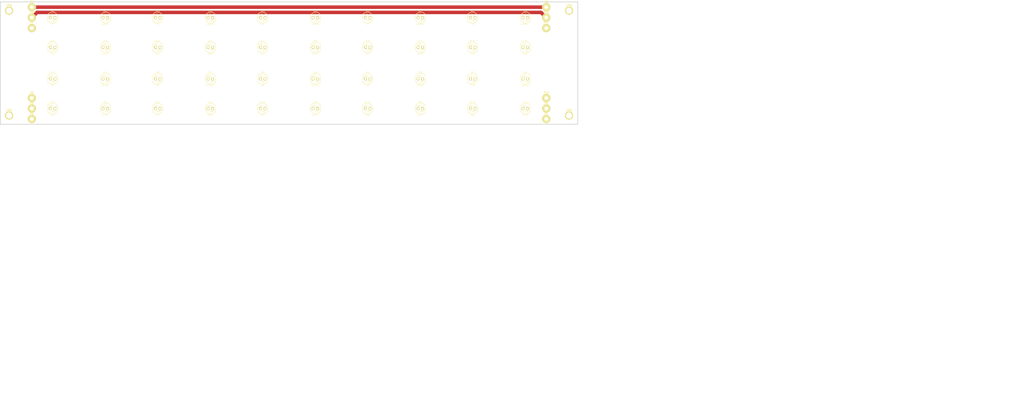
<source format=kicad_pcb>
(kicad_pcb (version 4) (host pcbnew 4.0.4-stable)

  (general
    (links 47)
    (no_connects 45)
    (area -0.190501 -1.1402 330.190501 73.190501)
    (thickness 1.6002)
    (drawings 61)
    (tracks 4)
    (zones 0)
    (modules 56)
    (nets 46)
  )

  (page A3)
  (layers
    (0 Front signal)
    (31 Back signal)
    (32 B.Adhes user)
    (33 F.Adhes user)
    (34 B.Paste user)
    (35 F.Paste user)
    (36 B.SilkS user)
    (37 F.SilkS user)
    (38 B.Mask user)
    (39 F.Mask user)
    (40 Dwgs.User user)
    (41 Cmts.User user)
    (42 Eco1.User user)
    (43 Eco2.User user)
    (44 Edge.Cuts user)
  )

  (setup
    (last_trace_width 2)
    (trace_clearance 0.254)
    (zone_clearance 1)
    (zone_45_only no)
    (trace_min 0.2032)
    (segment_width 0.381)
    (edge_width 0.381)
    (via_size 0.889)
    (via_drill 0.635)
    (via_min_size 0.889)
    (via_min_drill 0.508)
    (uvia_size 0.508)
    (uvia_drill 0.127)
    (uvias_allowed no)
    (uvia_min_size 0.508)
    (uvia_min_drill 0.127)
    (pcb_text_width 0.3048)
    (pcb_text_size 1.524 2.032)
    (mod_edge_width 0.381)
    (mod_text_size 1.524 1.524)
    (mod_text_width 0.3048)
    (pad_size 4.064 4.064)
    (pad_drill 2)
    (pad_to_mask_clearance 0.254)
    (aux_axis_origin 0 0)
    (visible_elements FFFFFFBF)
    (pcbplotparams
      (layerselection 0x00030_80000001)
      (usegerberextensions true)
      (excludeedgelayer true)
      (linewidth 0.100000)
      (plotframeref false)
      (viasonmask false)
      (mode 1)
      (useauxorigin false)
      (hpglpennumber 1)
      (hpglpenspeed 20)
      (hpglpendiameter 15)
      (hpglpenoverlay 2)
      (psnegative false)
      (psa4output false)
      (plotreference true)
      (plotvalue true)
      (plotinvisibletext false)
      (padsonsilk false)
      (subtractmaskfromsilk false)
      (outputformat 1)
      (mirror false)
      (drillshape 1)
      (scaleselection 1)
      (outputdirectory ""))
  )

  (net 0 "")
  (net 1 /+12V)
  (net 2 /BLUE)
  (net 3 /ORANGE)
  (net 4 /RED)
  (net 5 /WHITE)
  (net 6 N-000001)
  (net 7 N-0000010)
  (net 8 N-0000011)
  (net 9 N-0000012)
  (net 10 N-0000013)
  (net 11 N-0000014)
  (net 12 N-0000015)
  (net 13 N-0000016)
  (net 14 N-0000017)
  (net 15 N-0000018)
  (net 16 N-000002)
  (net 17 N-0000020)
  (net 18 N-0000021)
  (net 19 N-0000022)
  (net 20 N-0000023)
  (net 21 N-0000024)
  (net 22 N-0000025)
  (net 23 N-0000026)
  (net 24 N-0000027)
  (net 25 N-0000028)
  (net 26 N-0000029)
  (net 27 N-000003)
  (net 28 N-0000030)
  (net 29 N-0000031)
  (net 30 N-0000032)
  (net 31 N-0000033)
  (net 32 N-0000034)
  (net 33 N-0000035)
  (net 34 N-0000036)
  (net 35 N-0000037)
  (net 36 N-0000038)
  (net 37 N-0000039)
  (net 38 N-000004)
  (net 39 N-0000040)
  (net 40 N-0000041)
  (net 41 N-000005)
  (net 42 N-000006)
  (net 43 N-000007)
  (net 44 N-000008)
  (net 45 N-000009)

  (net_class Default ""
    (clearance 0.254)
    (trace_width 2)
    (via_dia 0.889)
    (via_drill 0.635)
    (uvia_dia 0.508)
    (uvia_drill 0.127)
    (add_net /+12V)
    (add_net /BLUE)
    (add_net /ORANGE)
    (add_net /RED)
    (add_net /WHITE)
    (add_net N-000001)
    (add_net N-0000010)
    (add_net N-0000011)
    (add_net N-0000012)
    (add_net N-0000013)
    (add_net N-0000014)
    (add_net N-0000015)
    (add_net N-0000016)
    (add_net N-0000017)
    (add_net N-0000018)
    (add_net N-000002)
    (add_net N-0000020)
    (add_net N-0000021)
    (add_net N-0000022)
    (add_net N-0000023)
    (add_net N-0000024)
    (add_net N-0000025)
    (add_net N-0000026)
    (add_net N-0000027)
    (add_net N-0000028)
    (add_net N-0000029)
    (add_net N-000003)
    (add_net N-0000030)
    (add_net N-0000031)
    (add_net N-0000032)
    (add_net N-0000033)
    (add_net N-0000034)
    (add_net N-0000035)
    (add_net N-0000036)
    (add_net N-0000037)
    (add_net N-0000038)
    (add_net N-0000039)
    (add_net N-000004)
    (add_net N-0000040)
    (add_net N-0000041)
    (add_net N-000005)
    (add_net N-000006)
    (add_net N-000007)
    (add_net N-000008)
    (add_net N-000009)
  )

  (module 1pin (layer Front) (tedit 587BC72A) (tstamp 587BC797)
    (at 325 65)
    (descr "module 1 pin (ou trou mecanique de percage)")
    (tags DEV)
    (fp_text reference 1PIN (at 0 -3.048) (layer F.SilkS)
      (effects (font (size 1.016 1.016) (thickness 0.254)))
    )
    (fp_text value P*** (at 0 2.794) (layer F.SilkS) hide
      (effects (font (size 1.016 1.016) (thickness 0.254)))
    )
    (fp_circle (center 0 0) (end 0 -2.286) (layer F.SilkS) (width 0.381))
    (pad "" np_thru_hole circle (at 0 0) (size 4.064 4.064) (drill 3.3) (layers *.Cu *.Mask F.SilkS))
  )

  (module 1pin (layer Front) (tedit 587BC72A) (tstamp 587BC792)
    (at 325 5)
    (descr "module 1 pin (ou trou mecanique de percage)")
    (tags DEV)
    (fp_text reference 1PIN (at 0 -3.048) (layer F.SilkS)
      (effects (font (size 1.016 1.016) (thickness 0.254)))
    )
    (fp_text value P*** (at 0 2.794) (layer F.SilkS) hide
      (effects (font (size 1.016 1.016) (thickness 0.254)))
    )
    (fp_circle (center 0 0) (end 0 -2.286) (layer F.SilkS) (width 0.381))
    (pad "" np_thru_hole circle (at 0 0) (size 4.064 4.064) (drill 3.3) (layers *.Cu *.Mask F.SilkS))
  )

  (module 1pin (layer Front) (tedit 587BC72A) (tstamp 587BC78D)
    (at 5 65)
    (descr "module 1 pin (ou trou mecanique de percage)")
    (tags DEV)
    (fp_text reference 1PIN (at 0 -3.048) (layer F.SilkS)
      (effects (font (size 1.016 1.016) (thickness 0.254)))
    )
    (fp_text value P*** (at 0 2.794) (layer F.SilkS) hide
      (effects (font (size 1.016 1.016) (thickness 0.254)))
    )
    (fp_circle (center 0 0) (end 0 -2.286) (layer F.SilkS) (width 0.381))
    (pad "" np_thru_hole circle (at 0 0) (size 4.064 4.064) (drill 3.3) (layers *.Cu *.Mask F.SilkS))
  )

  (module 1pin (layer Front) (tedit 587BC72A) (tstamp 4DD24A73)
    (at 5 5)
    (descr "module 1 pin (ou trou mecanique de percage)")
    (tags DEV)
    (fp_text reference 1PIN (at 0 -3.048) (layer F.SilkS)
      (effects (font (size 1.016 1.016) (thickness 0.254)))
    )
    (fp_text value P*** (at 0 2.794) (layer F.SilkS) hide
      (effects (font (size 1.016 1.016) (thickness 0.254)))
    )
    (fp_circle (center 0 0) (end 0 -2.286) (layer F.SilkS) (width 0.381))
    (pad "" np_thru_hole circle (at 0 0) (size 4.064 4.064) (drill 3.3) (layers *.Cu *.Mask F.SilkS))
  )

  (module LED-5MM (layer Front) (tedit 50ADE86B) (tstamp 587BBA46)
    (at 270 44 180)
    (descr "LED 5mm - Lead pitch 100mil (2,54mm)")
    (tags "LED led 5mm 5MM 100mil 2,54mm")
    (path /587B8D8A)
    (fp_text reference D10 (at 0 -3.81 180) (layer F.SilkS)
      (effects (font (size 0.762 0.762) (thickness 0.0889)))
    )
    (fp_text value RED (at 0 3.81 180) (layer F.SilkS)
      (effects (font (size 0.762 0.762) (thickness 0.0889)))
    )
    (fp_line (start 2.8448 1.905) (end 2.8448 -1.905) (layer F.SilkS) (width 0.2032))
    (fp_circle (center 0.254 0) (end -1.016 1.27) (layer F.SilkS) (width 0.0762))
    (fp_arc (start 0.254 0) (end 2.794 1.905) (angle 286.2) (layer F.SilkS) (width 0.254))
    (fp_arc (start 0.254 0) (end -0.889 0) (angle 90) (layer F.SilkS) (width 0.1524))
    (fp_arc (start 0.254 0) (end 1.397 0) (angle 90) (layer F.SilkS) (width 0.1524))
    (fp_arc (start 0.254 0) (end -1.397 0) (angle 90) (layer F.SilkS) (width 0.1524))
    (fp_arc (start 0.254 0) (end 1.905 0) (angle 90) (layer F.SilkS) (width 0.1524))
    (fp_arc (start 0.254 0) (end -1.905 0) (angle 90) (layer F.SilkS) (width 0.1524))
    (fp_arc (start 0.254 0) (end 2.413 0) (angle 90) (layer F.SilkS) (width 0.1524))
    (pad 1 thru_hole circle (at -1.27 0 180) (size 1.6764 1.6764) (drill 0.8128) (layers *.Cu *.Mask F.SilkS)
      (net 9 N-0000012))
    (pad 2 thru_hole circle (at 1.27 0 180) (size 1.6764 1.6764) (drill 0.8128) (layers *.Cu *.Mask F.SilkS)
      (net 15 N-0000018))
    (model discret/leds/led5_vertical_verde.wrl
      (at (xyz 0 0 0))
      (scale (xyz 1 1 1))
      (rotate (xyz 0 0 0))
    )
  )

  (module LED-5MM (layer Front) (tedit 50ADE86B) (tstamp 587BBA55)
    (at 210 9 180)
    (descr "LED 5mm - Lead pitch 100mil (2,54mm)")
    (tags "LED led 5mm 5MM 100mil 2,54mm")
    (path /587B8D9C)
    (fp_text reference D7 (at 0 -3.81 180) (layer F.SilkS)
      (effects (font (size 0.762 0.762) (thickness 0.0889)))
    )
    (fp_text value RED (at 0 3.81 180) (layer F.SilkS)
      (effects (font (size 0.762 0.762) (thickness 0.0889)))
    )
    (fp_line (start 2.8448 1.905) (end 2.8448 -1.905) (layer F.SilkS) (width 0.2032))
    (fp_circle (center 0.254 0) (end -1.016 1.27) (layer F.SilkS) (width 0.0762))
    (fp_arc (start 0.254 0) (end 2.794 1.905) (angle 286.2) (layer F.SilkS) (width 0.254))
    (fp_arc (start 0.254 0) (end -0.889 0) (angle 90) (layer F.SilkS) (width 0.1524))
    (fp_arc (start 0.254 0) (end 1.397 0) (angle 90) (layer F.SilkS) (width 0.1524))
    (fp_arc (start 0.254 0) (end -1.397 0) (angle 90) (layer F.SilkS) (width 0.1524))
    (fp_arc (start 0.254 0) (end 1.905 0) (angle 90) (layer F.SilkS) (width 0.1524))
    (fp_arc (start 0.254 0) (end -1.905 0) (angle 90) (layer F.SilkS) (width 0.1524))
    (fp_arc (start 0.254 0) (end 2.413 0) (angle 90) (layer F.SilkS) (width 0.1524))
    (pad 1 thru_hole circle (at -1.27 0 180) (size 1.6764 1.6764) (drill 0.8128) (layers *.Cu *.Mask F.SilkS)
      (net 1 /+12V))
    (pad 2 thru_hole circle (at 1.27 0 180) (size 1.6764 1.6764) (drill 0.8128) (layers *.Cu *.Mask F.SilkS)
      (net 10 N-0000013))
    (model discret/leds/led5_vertical_verde.wrl
      (at (xyz 0 0 0))
      (scale (xyz 1 1 1))
      (rotate (xyz 0 0 0))
    )
  )

  (module LED-5MM (layer Front) (tedit 50ADE86B) (tstamp 587BBA64)
    (at 300 44)
    (descr "LED 5mm - Lead pitch 100mil (2,54mm)")
    (tags "LED led 5mm 5MM 100mil 2,54mm")
    (path /587B8E3B)
    (fp_text reference D30 (at 0 -3.81) (layer F.SilkS)
      (effects (font (size 0.762 0.762) (thickness 0.0889)))
    )
    (fp_text value ORANGE (at 0 3.81) (layer F.SilkS)
      (effects (font (size 0.762 0.762) (thickness 0.0889)))
    )
    (fp_line (start 2.8448 1.905) (end 2.8448 -1.905) (layer F.SilkS) (width 0.2032))
    (fp_circle (center 0.254 0) (end -1.016 1.27) (layer F.SilkS) (width 0.0762))
    (fp_arc (start 0.254 0) (end 2.794 1.905) (angle 286.2) (layer F.SilkS) (width 0.254))
    (fp_arc (start 0.254 0) (end -0.889 0) (angle 90) (layer F.SilkS) (width 0.1524))
    (fp_arc (start 0.254 0) (end 1.397 0) (angle 90) (layer F.SilkS) (width 0.1524))
    (fp_arc (start 0.254 0) (end -1.397 0) (angle 90) (layer F.SilkS) (width 0.1524))
    (fp_arc (start 0.254 0) (end 1.905 0) (angle 90) (layer F.SilkS) (width 0.1524))
    (fp_arc (start 0.254 0) (end -1.905 0) (angle 90) (layer F.SilkS) (width 0.1524))
    (fp_arc (start 0.254 0) (end 2.413 0) (angle 90) (layer F.SilkS) (width 0.1524))
    (pad 1 thru_hole circle (at -1.27 0) (size 1.6764 1.6764) (drill 0.8128) (layers *.Cu *.Mask F.SilkS)
      (net 7 N-0000010))
    (pad 2 thru_hole circle (at 1.27 0) (size 1.6764 1.6764) (drill 0.8128) (layers *.Cu *.Mask F.SilkS)
      (net 45 N-000009))
    (model discret/leds/led5_vertical_verde.wrl
      (at (xyz 0 0 0))
      (scale (xyz 1 1 1))
      (rotate (xyz 0 0 0))
    )
  )

  (module LED-5MM (layer Front) (tedit 50ADE86B) (tstamp 587BBA73)
    (at 210 44 180)
    (descr "LED 5mm - Lead pitch 100mil (2,54mm)")
    (tags "LED led 5mm 5MM 100mil 2,54mm")
    (path /587B8DA8)
    (fp_text reference D8 (at 0 -3.81 180) (layer F.SilkS)
      (effects (font (size 0.762 0.762) (thickness 0.0889)))
    )
    (fp_text value RED (at 0 3.81 180) (layer F.SilkS)
      (effects (font (size 0.762 0.762) (thickness 0.0889)))
    )
    (fp_line (start 2.8448 1.905) (end 2.8448 -1.905) (layer F.SilkS) (width 0.2032))
    (fp_circle (center 0.254 0) (end -1.016 1.27) (layer F.SilkS) (width 0.0762))
    (fp_arc (start 0.254 0) (end 2.794 1.905) (angle 286.2) (layer F.SilkS) (width 0.254))
    (fp_arc (start 0.254 0) (end -0.889 0) (angle 90) (layer F.SilkS) (width 0.1524))
    (fp_arc (start 0.254 0) (end 1.397 0) (angle 90) (layer F.SilkS) (width 0.1524))
    (fp_arc (start 0.254 0) (end -1.397 0) (angle 90) (layer F.SilkS) (width 0.1524))
    (fp_arc (start 0.254 0) (end 1.905 0) (angle 90) (layer F.SilkS) (width 0.1524))
    (fp_arc (start 0.254 0) (end -1.905 0) (angle 90) (layer F.SilkS) (width 0.1524))
    (fp_arc (start 0.254 0) (end 2.413 0) (angle 90) (layer F.SilkS) (width 0.1524))
    (pad 1 thru_hole circle (at -1.27 0 180) (size 1.6764 1.6764) (drill 0.8128) (layers *.Cu *.Mask F.SilkS)
      (net 10 N-0000013))
    (pad 2 thru_hole circle (at 1.27 0 180) (size 1.6764 1.6764) (drill 0.8128) (layers *.Cu *.Mask F.SilkS)
      (net 11 N-0000014))
    (model discret/leds/led5_vertical_verde.wrl
      (at (xyz 0 0 0))
      (scale (xyz 1 1 1))
      (rotate (xyz 0 0 0))
    )
  )

  (module LED-5MM (layer Front) (tedit 50ADE86B) (tstamp 587BBA82)
    (at 210 61 180)
    (descr "LED 5mm - Lead pitch 100mil (2,54mm)")
    (tags "LED led 5mm 5MM 100mil 2,54mm")
    (path /587B8DB4)
    (fp_text reference D18 (at 0 -3.81 180) (layer F.SilkS)
      (effects (font (size 0.762 0.762) (thickness 0.0889)))
    )
    (fp_text value BLUE (at 0 3.81 180) (layer F.SilkS)
      (effects (font (size 0.762 0.762) (thickness 0.0889)))
    )
    (fp_line (start 2.8448 1.905) (end 2.8448 -1.905) (layer F.SilkS) (width 0.2032))
    (fp_circle (center 0.254 0) (end -1.016 1.27) (layer F.SilkS) (width 0.0762))
    (fp_arc (start 0.254 0) (end 2.794 1.905) (angle 286.2) (layer F.SilkS) (width 0.254))
    (fp_arc (start 0.254 0) (end -0.889 0) (angle 90) (layer F.SilkS) (width 0.1524))
    (fp_arc (start 0.254 0) (end 1.397 0) (angle 90) (layer F.SilkS) (width 0.1524))
    (fp_arc (start 0.254 0) (end -1.397 0) (angle 90) (layer F.SilkS) (width 0.1524))
    (fp_arc (start 0.254 0) (end 1.905 0) (angle 90) (layer F.SilkS) (width 0.1524))
    (fp_arc (start 0.254 0) (end -1.905 0) (angle 90) (layer F.SilkS) (width 0.1524))
    (fp_arc (start 0.254 0) (end 2.413 0) (angle 90) (layer F.SilkS) (width 0.1524))
    (pad 1 thru_hole circle (at -1.27 0 180) (size 1.6764 1.6764) (drill 0.8128) (layers *.Cu *.Mask F.SilkS)
      (net 12 N-0000015))
    (pad 2 thru_hole circle (at 1.27 0 180) (size 1.6764 1.6764) (drill 0.8128) (layers *.Cu *.Mask F.SilkS)
      (net 13 N-0000016))
    (model discret/leds/led5_vertical_verde.wrl
      (at (xyz 0 0 0))
      (scale (xyz 1 1 1))
      (rotate (xyz 0 0 0))
    )
  )

  (module LED-5MM (layer Front) (tedit 50ADE86B) (tstamp 587BBA91)
    (at 210 26 180)
    (descr "LED 5mm - Lead pitch 100mil (2,54mm)")
    (tags "LED led 5mm 5MM 100mil 2,54mm")
    (path /587B8DC0)
    (fp_text reference D17 (at 0 -3.81 180) (layer F.SilkS)
      (effects (font (size 0.762 0.762) (thickness 0.0889)))
    )
    (fp_text value BLUE (at 0 3.81 180) (layer F.SilkS)
      (effects (font (size 0.762 0.762) (thickness 0.0889)))
    )
    (fp_line (start 2.8448 1.905) (end 2.8448 -1.905) (layer F.SilkS) (width 0.2032))
    (fp_circle (center 0.254 0) (end -1.016 1.27) (layer F.SilkS) (width 0.0762))
    (fp_arc (start 0.254 0) (end 2.794 1.905) (angle 286.2) (layer F.SilkS) (width 0.254))
    (fp_arc (start 0.254 0) (end -0.889 0) (angle 90) (layer F.SilkS) (width 0.1524))
    (fp_arc (start 0.254 0) (end 1.397 0) (angle 90) (layer F.SilkS) (width 0.1524))
    (fp_arc (start 0.254 0) (end -1.397 0) (angle 90) (layer F.SilkS) (width 0.1524))
    (fp_arc (start 0.254 0) (end 1.905 0) (angle 90) (layer F.SilkS) (width 0.1524))
    (fp_arc (start 0.254 0) (end -1.905 0) (angle 90) (layer F.SilkS) (width 0.1524))
    (fp_arc (start 0.254 0) (end 2.413 0) (angle 90) (layer F.SilkS) (width 0.1524))
    (pad 1 thru_hole circle (at -1.27 0 180) (size 1.6764 1.6764) (drill 0.8128) (layers *.Cu *.Mask F.SilkS)
      (net 1 /+12V))
    (pad 2 thru_hole circle (at 1.27 0 180) (size 1.6764 1.6764) (drill 0.8128) (layers *.Cu *.Mask F.SilkS)
      (net 12 N-0000015))
    (model discret/leds/led5_vertical_verde.wrl
      (at (xyz 0 0 0))
      (scale (xyz 1 1 1))
      (rotate (xyz 0 0 0))
    )
  )

  (module LED-5MM (layer Front) (tedit 50ADE86B) (tstamp 587BBAA0)
    (at 300 9)
    (descr "LED 5mm - Lead pitch 100mil (2,54mm)")
    (tags "LED led 5mm 5MM 100mil 2,54mm")
    (path /587B8E2F)
    (fp_text reference D29 (at 0 -3.81) (layer F.SilkS)
      (effects (font (size 0.762 0.762) (thickness 0.0889)))
    )
    (fp_text value ORANGE (at 0 3.81) (layer F.SilkS)
      (effects (font (size 0.762 0.762) (thickness 0.0889)))
    )
    (fp_line (start 2.8448 1.905) (end 2.8448 -1.905) (layer F.SilkS) (width 0.2032))
    (fp_circle (center 0.254 0) (end -1.016 1.27) (layer F.SilkS) (width 0.0762))
    (fp_arc (start 0.254 0) (end 2.794 1.905) (angle 286.2) (layer F.SilkS) (width 0.254))
    (fp_arc (start 0.254 0) (end -0.889 0) (angle 90) (layer F.SilkS) (width 0.1524))
    (fp_arc (start 0.254 0) (end 1.397 0) (angle 90) (layer F.SilkS) (width 0.1524))
    (fp_arc (start 0.254 0) (end -1.397 0) (angle 90) (layer F.SilkS) (width 0.1524))
    (fp_arc (start 0.254 0) (end 1.905 0) (angle 90) (layer F.SilkS) (width 0.1524))
    (fp_arc (start 0.254 0) (end -1.905 0) (angle 90) (layer F.SilkS) (width 0.1524))
    (fp_arc (start 0.254 0) (end 2.413 0) (angle 90) (layer F.SilkS) (width 0.1524))
    (pad 1 thru_hole circle (at -1.27 0) (size 1.6764 1.6764) (drill 0.8128) (layers *.Cu *.Mask F.SilkS)
      (net 1 /+12V))
    (pad 2 thru_hole circle (at 1.27 0) (size 1.6764 1.6764) (drill 0.8128) (layers *.Cu *.Mask F.SilkS)
      (net 7 N-0000010))
    (model discret/leds/led5_vertical_verde.wrl
      (at (xyz 0 0 0))
      (scale (xyz 1 1 1))
      (rotate (xyz 0 0 0))
    )
  )

  (module LED-5MM (layer Front) (tedit 50ADE86B) (tstamp 587BBAAF)
    (at 270 26 180)
    (descr "LED 5mm - Lead pitch 100mil (2,54mm)")
    (tags "LED led 5mm 5MM 100mil 2,54mm")
    (path /587B8DC6)
    (fp_text reference D19 (at 0 -3.81 180) (layer F.SilkS)
      (effects (font (size 0.762 0.762) (thickness 0.0889)))
    )
    (fp_text value BLUE (at 0 3.81 180) (layer F.SilkS)
      (effects (font (size 0.762 0.762) (thickness 0.0889)))
    )
    (fp_line (start 2.8448 1.905) (end 2.8448 -1.905) (layer F.SilkS) (width 0.2032))
    (fp_circle (center 0.254 0) (end -1.016 1.27) (layer F.SilkS) (width 0.0762))
    (fp_arc (start 0.254 0) (end 2.794 1.905) (angle 286.2) (layer F.SilkS) (width 0.254))
    (fp_arc (start 0.254 0) (end -0.889 0) (angle 90) (layer F.SilkS) (width 0.1524))
    (fp_arc (start 0.254 0) (end 1.397 0) (angle 90) (layer F.SilkS) (width 0.1524))
    (fp_arc (start 0.254 0) (end -1.397 0) (angle 90) (layer F.SilkS) (width 0.1524))
    (fp_arc (start 0.254 0) (end 1.905 0) (angle 90) (layer F.SilkS) (width 0.1524))
    (fp_arc (start 0.254 0) (end -1.905 0) (angle 90) (layer F.SilkS) (width 0.1524))
    (fp_arc (start 0.254 0) (end 2.413 0) (angle 90) (layer F.SilkS) (width 0.1524))
    (pad 1 thru_hole circle (at -1.27 0 180) (size 1.6764 1.6764) (drill 0.8128) (layers *.Cu *.Mask F.SilkS)
      (net 1 /+12V))
    (pad 2 thru_hole circle (at 1.27 0 180) (size 1.6764 1.6764) (drill 0.8128) (layers *.Cu *.Mask F.SilkS)
      (net 8 N-0000011))
    (model discret/leds/led5_vertical_verde.wrl
      (at (xyz 0 0 0))
      (scale (xyz 1 1 1))
      (rotate (xyz 0 0 0))
    )
  )

  (module LED-5MM (layer Front) (tedit 50ADE86B) (tstamp 587BBABE)
    (at 240 9)
    (descr "LED 5mm - Lead pitch 100mil (2,54mm)")
    (tags "LED led 5mm 5MM 100mil 2,54mm")
    (path /587B8E29)
    (fp_text reference D27 (at 0 -3.81) (layer F.SilkS)
      (effects (font (size 0.762 0.762) (thickness 0.0889)))
    )
    (fp_text value ORANGE (at 0 3.81) (layer F.SilkS)
      (effects (font (size 0.762 0.762) (thickness 0.0889)))
    )
    (fp_line (start 2.8448 1.905) (end 2.8448 -1.905) (layer F.SilkS) (width 0.2032))
    (fp_circle (center 0.254 0) (end -1.016 1.27) (layer F.SilkS) (width 0.0762))
    (fp_arc (start 0.254 0) (end 2.794 1.905) (angle 286.2) (layer F.SilkS) (width 0.254))
    (fp_arc (start 0.254 0) (end -0.889 0) (angle 90) (layer F.SilkS) (width 0.1524))
    (fp_arc (start 0.254 0) (end 1.397 0) (angle 90) (layer F.SilkS) (width 0.1524))
    (fp_arc (start 0.254 0) (end -1.397 0) (angle 90) (layer F.SilkS) (width 0.1524))
    (fp_arc (start 0.254 0) (end 1.905 0) (angle 90) (layer F.SilkS) (width 0.1524))
    (fp_arc (start 0.254 0) (end -1.905 0) (angle 90) (layer F.SilkS) (width 0.1524))
    (fp_arc (start 0.254 0) (end 2.413 0) (angle 90) (layer F.SilkS) (width 0.1524))
    (pad 1 thru_hole circle (at -1.27 0) (size 1.6764 1.6764) (drill 0.8128) (layers *.Cu *.Mask F.SilkS)
      (net 1 /+12V))
    (pad 2 thru_hole circle (at 1.27 0) (size 1.6764 1.6764) (drill 0.8128) (layers *.Cu *.Mask F.SilkS)
      (net 43 N-000007))
    (model discret/leds/led5_vertical_verde.wrl
      (at (xyz 0 0 0))
      (scale (xyz 1 1 1))
      (rotate (xyz 0 0 0))
    )
  )

  (module LED-5MM (layer Front) (tedit 50ADE86B) (tstamp 587BBACD)
    (at 270 61 180)
    (descr "LED 5mm - Lead pitch 100mil (2,54mm)")
    (tags "LED led 5mm 5MM 100mil 2,54mm")
    (path /587B8DD2)
    (fp_text reference D20 (at 0 -3.81 180) (layer F.SilkS)
      (effects (font (size 0.762 0.762) (thickness 0.0889)))
    )
    (fp_text value BLUE (at 0 3.81 180) (layer F.SilkS)
      (effects (font (size 0.762 0.762) (thickness 0.0889)))
    )
    (fp_line (start 2.8448 1.905) (end 2.8448 -1.905) (layer F.SilkS) (width 0.2032))
    (fp_circle (center 0.254 0) (end -1.016 1.27) (layer F.SilkS) (width 0.0762))
    (fp_arc (start 0.254 0) (end 2.794 1.905) (angle 286.2) (layer F.SilkS) (width 0.254))
    (fp_arc (start 0.254 0) (end -0.889 0) (angle 90) (layer F.SilkS) (width 0.1524))
    (fp_arc (start 0.254 0) (end 1.397 0) (angle 90) (layer F.SilkS) (width 0.1524))
    (fp_arc (start 0.254 0) (end -1.397 0) (angle 90) (layer F.SilkS) (width 0.1524))
    (fp_arc (start 0.254 0) (end 1.905 0) (angle 90) (layer F.SilkS) (width 0.1524))
    (fp_arc (start 0.254 0) (end -1.905 0) (angle 90) (layer F.SilkS) (width 0.1524))
    (fp_arc (start 0.254 0) (end 2.413 0) (angle 90) (layer F.SilkS) (width 0.1524))
    (pad 1 thru_hole circle (at -1.27 0 180) (size 1.6764 1.6764) (drill 0.8128) (layers *.Cu *.Mask F.SilkS)
      (net 8 N-0000011))
    (pad 2 thru_hole circle (at 1.27 0 180) (size 1.6764 1.6764) (drill 0.8128) (layers *.Cu *.Mask F.SilkS)
      (net 14 N-0000017))
    (model discret/leds/led5_vertical_verde.wrl
      (at (xyz 0 0 0))
      (scale (xyz 1 1 1))
      (rotate (xyz 0 0 0))
    )
  )

  (module LED-5MM (layer Front) (tedit 50ADE86B) (tstamp 587BBADC)
    (at 120 44)
    (descr "LED 5mm - Lead pitch 100mil (2,54mm)")
    (tags "LED led 5mm 5MM 100mil 2,54mm")
    (path /587B8DE7)
    (fp_text reference D24 (at 0 -3.81) (layer F.SilkS)
      (effects (font (size 0.762 0.762) (thickness 0.0889)))
    )
    (fp_text value ORANGE (at 0 3.81) (layer F.SilkS)
      (effects (font (size 0.762 0.762) (thickness 0.0889)))
    )
    (fp_line (start 2.8448 1.905) (end 2.8448 -1.905) (layer F.SilkS) (width 0.2032))
    (fp_circle (center 0.254 0) (end -1.016 1.27) (layer F.SilkS) (width 0.0762))
    (fp_arc (start 0.254 0) (end 2.794 1.905) (angle 286.2) (layer F.SilkS) (width 0.254))
    (fp_arc (start 0.254 0) (end -0.889 0) (angle 90) (layer F.SilkS) (width 0.1524))
    (fp_arc (start 0.254 0) (end 1.397 0) (angle 90) (layer F.SilkS) (width 0.1524))
    (fp_arc (start 0.254 0) (end -1.397 0) (angle 90) (layer F.SilkS) (width 0.1524))
    (fp_arc (start 0.254 0) (end 1.905 0) (angle 90) (layer F.SilkS) (width 0.1524))
    (fp_arc (start 0.254 0) (end -1.905 0) (angle 90) (layer F.SilkS) (width 0.1524))
    (fp_arc (start 0.254 0) (end 2.413 0) (angle 90) (layer F.SilkS) (width 0.1524))
    (pad 1 thru_hole circle (at -1.27 0) (size 1.6764 1.6764) (drill 0.8128) (layers *.Cu *.Mask F.SilkS)
      (net 6 N-000001))
    (pad 2 thru_hole circle (at 1.27 0) (size 1.6764 1.6764) (drill 0.8128) (layers *.Cu *.Mask F.SilkS)
      (net 16 N-000002))
    (model discret/leds/led5_vertical_verde.wrl
      (at (xyz 0 0 0))
      (scale (xyz 1 1 1))
      (rotate (xyz 0 0 0))
    )
  )

  (module LED-5MM (layer Front) (tedit 50ADE86B) (tstamp 587BBAEB)
    (at 240 44)
    (descr "LED 5mm - Lead pitch 100mil (2,54mm)")
    (tags "LED led 5mm 5MM 100mil 2,54mm")
    (path /587B8E1D)
    (fp_text reference D28 (at 0 -3.81) (layer F.SilkS)
      (effects (font (size 0.762 0.762) (thickness 0.0889)))
    )
    (fp_text value ORANGE (at 0 3.81) (layer F.SilkS)
      (effects (font (size 0.762 0.762) (thickness 0.0889)))
    )
    (fp_line (start 2.8448 1.905) (end 2.8448 -1.905) (layer F.SilkS) (width 0.2032))
    (fp_circle (center 0.254 0) (end -1.016 1.27) (layer F.SilkS) (width 0.0762))
    (fp_arc (start 0.254 0) (end 2.794 1.905) (angle 286.2) (layer F.SilkS) (width 0.254))
    (fp_arc (start 0.254 0) (end -0.889 0) (angle 90) (layer F.SilkS) (width 0.1524))
    (fp_arc (start 0.254 0) (end 1.397 0) (angle 90) (layer F.SilkS) (width 0.1524))
    (fp_arc (start 0.254 0) (end -1.397 0) (angle 90) (layer F.SilkS) (width 0.1524))
    (fp_arc (start 0.254 0) (end 1.905 0) (angle 90) (layer F.SilkS) (width 0.1524))
    (fp_arc (start 0.254 0) (end -1.905 0) (angle 90) (layer F.SilkS) (width 0.1524))
    (fp_arc (start 0.254 0) (end 2.413 0) (angle 90) (layer F.SilkS) (width 0.1524))
    (pad 1 thru_hole circle (at -1.27 0) (size 1.6764 1.6764) (drill 0.8128) (layers *.Cu *.Mask F.SilkS)
      (net 43 N-000007))
    (pad 2 thru_hole circle (at 1.27 0) (size 1.6764 1.6764) (drill 0.8128) (layers *.Cu *.Mask F.SilkS)
      (net 44 N-000008))
    (model discret/leds/led5_vertical_verde.wrl
      (at (xyz 0 0 0))
      (scale (xyz 1 1 1))
      (rotate (xyz 0 0 0))
    )
  )

  (module LED-5MM (layer Front) (tedit 50ADE86B) (tstamp 587BBAFA)
    (at 120 9)
    (descr "LED 5mm - Lead pitch 100mil (2,54mm)")
    (tags "LED led 5mm 5MM 100mil 2,54mm")
    (path /587B8DF3)
    (fp_text reference D23 (at 0 -3.81) (layer F.SilkS)
      (effects (font (size 0.762 0.762) (thickness 0.0889)))
    )
    (fp_text value ORANGE (at 0 3.81) (layer F.SilkS)
      (effects (font (size 0.762 0.762) (thickness 0.0889)))
    )
    (fp_line (start 2.8448 1.905) (end 2.8448 -1.905) (layer F.SilkS) (width 0.2032))
    (fp_circle (center 0.254 0) (end -1.016 1.27) (layer F.SilkS) (width 0.0762))
    (fp_arc (start 0.254 0) (end 2.794 1.905) (angle 286.2) (layer F.SilkS) (width 0.254))
    (fp_arc (start 0.254 0) (end -0.889 0) (angle 90) (layer F.SilkS) (width 0.1524))
    (fp_arc (start 0.254 0) (end 1.397 0) (angle 90) (layer F.SilkS) (width 0.1524))
    (fp_arc (start 0.254 0) (end -1.397 0) (angle 90) (layer F.SilkS) (width 0.1524))
    (fp_arc (start 0.254 0) (end 1.905 0) (angle 90) (layer F.SilkS) (width 0.1524))
    (fp_arc (start 0.254 0) (end -1.905 0) (angle 90) (layer F.SilkS) (width 0.1524))
    (fp_arc (start 0.254 0) (end 2.413 0) (angle 90) (layer F.SilkS) (width 0.1524))
    (pad 1 thru_hole circle (at -1.27 0) (size 1.6764 1.6764) (drill 0.8128) (layers *.Cu *.Mask F.SilkS)
      (net 1 /+12V))
    (pad 2 thru_hole circle (at 1.27 0) (size 1.6764 1.6764) (drill 0.8128) (layers *.Cu *.Mask F.SilkS)
      (net 6 N-000001))
    (model discret/leds/led5_vertical_verde.wrl
      (at (xyz 0 0 0))
      (scale (xyz 1 1 1))
      (rotate (xyz 0 0 0))
    )
  )

  (module LED-5MM (layer Front) (tedit 50ADE86B) (tstamp 587BBB09)
    (at 60 44)
    (descr "LED 5mm - Lead pitch 100mil (2,54mm)")
    (tags "LED led 5mm 5MM 100mil 2,54mm")
    (path /587B8DF9)
    (fp_text reference D21 (at 0 -3.81) (layer F.SilkS)
      (effects (font (size 0.762 0.762) (thickness 0.0889)))
    )
    (fp_text value ORANGE (at 0 3.81) (layer F.SilkS)
      (effects (font (size 0.762 0.762) (thickness 0.0889)))
    )
    (fp_line (start 2.8448 1.905) (end 2.8448 -1.905) (layer F.SilkS) (width 0.2032))
    (fp_circle (center 0.254 0) (end -1.016 1.27) (layer F.SilkS) (width 0.0762))
    (fp_arc (start 0.254 0) (end 2.794 1.905) (angle 286.2) (layer F.SilkS) (width 0.254))
    (fp_arc (start 0.254 0) (end -0.889 0) (angle 90) (layer F.SilkS) (width 0.1524))
    (fp_arc (start 0.254 0) (end 1.397 0) (angle 90) (layer F.SilkS) (width 0.1524))
    (fp_arc (start 0.254 0) (end -1.397 0) (angle 90) (layer F.SilkS) (width 0.1524))
    (fp_arc (start 0.254 0) (end 1.905 0) (angle 90) (layer F.SilkS) (width 0.1524))
    (fp_arc (start 0.254 0) (end -1.905 0) (angle 90) (layer F.SilkS) (width 0.1524))
    (fp_arc (start 0.254 0) (end 2.413 0) (angle 90) (layer F.SilkS) (width 0.1524))
    (pad 1 thru_hole circle (at -1.27 0) (size 1.6764 1.6764) (drill 0.8128) (layers *.Cu *.Mask F.SilkS)
      (net 1 /+12V))
    (pad 2 thru_hole circle (at 1.27 0) (size 1.6764 1.6764) (drill 0.8128) (layers *.Cu *.Mask F.SilkS)
      (net 38 N-000004))
    (model discret/leds/led5_vertical_verde.wrl
      (at (xyz 0 0 0))
      (scale (xyz 1 1 1))
      (rotate (xyz 0 0 0))
    )
  )

  (module LED-5MM (layer Front) (tedit 50ADE86B) (tstamp 587BBB18)
    (at 180 44)
    (descr "LED 5mm - Lead pitch 100mil (2,54mm)")
    (tags "LED led 5mm 5MM 100mil 2,54mm")
    (path /587B8E17)
    (fp_text reference D26 (at 0 -3.81) (layer F.SilkS)
      (effects (font (size 0.762 0.762) (thickness 0.0889)))
    )
    (fp_text value ORANGE (at 0 3.81) (layer F.SilkS)
      (effects (font (size 0.762 0.762) (thickness 0.0889)))
    )
    (fp_line (start 2.8448 1.905) (end 2.8448 -1.905) (layer F.SilkS) (width 0.2032))
    (fp_circle (center 0.254 0) (end -1.016 1.27) (layer F.SilkS) (width 0.0762))
    (fp_arc (start 0.254 0) (end 2.794 1.905) (angle 286.2) (layer F.SilkS) (width 0.254))
    (fp_arc (start 0.254 0) (end -0.889 0) (angle 90) (layer F.SilkS) (width 0.1524))
    (fp_arc (start 0.254 0) (end 1.397 0) (angle 90) (layer F.SilkS) (width 0.1524))
    (fp_arc (start 0.254 0) (end -1.397 0) (angle 90) (layer F.SilkS) (width 0.1524))
    (fp_arc (start 0.254 0) (end 1.905 0) (angle 90) (layer F.SilkS) (width 0.1524))
    (fp_arc (start 0.254 0) (end -1.905 0) (angle 90) (layer F.SilkS) (width 0.1524))
    (fp_arc (start 0.254 0) (end 2.413 0) (angle 90) (layer F.SilkS) (width 0.1524))
    (pad 1 thru_hole circle (at -1.27 0) (size 1.6764 1.6764) (drill 0.8128) (layers *.Cu *.Mask F.SilkS)
      (net 42 N-000006))
    (pad 2 thru_hole circle (at 1.27 0) (size 1.6764 1.6764) (drill 0.8128) (layers *.Cu *.Mask F.SilkS)
      (net 41 N-000005))
    (model discret/leds/led5_vertical_verde.wrl
      (at (xyz 0 0 0))
      (scale (xyz 1 1 1))
      (rotate (xyz 0 0 0))
    )
  )

  (module LED-5MM (layer Front) (tedit 50ADE86B) (tstamp 587BBB27)
    (at 60 9)
    (descr "LED 5mm - Lead pitch 100mil (2,54mm)")
    (tags "LED led 5mm 5MM 100mil 2,54mm")
    (path /587B8E05)
    (fp_text reference D22 (at 0 -3.81) (layer F.SilkS)
      (effects (font (size 0.762 0.762) (thickness 0.0889)))
    )
    (fp_text value ORANGE (at 0 3.81) (layer F.SilkS)
      (effects (font (size 0.762 0.762) (thickness 0.0889)))
    )
    (fp_line (start 2.8448 1.905) (end 2.8448 -1.905) (layer F.SilkS) (width 0.2032))
    (fp_circle (center 0.254 0) (end -1.016 1.27) (layer F.SilkS) (width 0.0762))
    (fp_arc (start 0.254 0) (end 2.794 1.905) (angle 286.2) (layer F.SilkS) (width 0.254))
    (fp_arc (start 0.254 0) (end -0.889 0) (angle 90) (layer F.SilkS) (width 0.1524))
    (fp_arc (start 0.254 0) (end 1.397 0) (angle 90) (layer F.SilkS) (width 0.1524))
    (fp_arc (start 0.254 0) (end -1.397 0) (angle 90) (layer F.SilkS) (width 0.1524))
    (fp_arc (start 0.254 0) (end 1.905 0) (angle 90) (layer F.SilkS) (width 0.1524))
    (fp_arc (start 0.254 0) (end -1.905 0) (angle 90) (layer F.SilkS) (width 0.1524))
    (fp_arc (start 0.254 0) (end 2.413 0) (angle 90) (layer F.SilkS) (width 0.1524))
    (pad 1 thru_hole circle (at -1.27 0) (size 1.6764 1.6764) (drill 0.8128) (layers *.Cu *.Mask F.SilkS)
      (net 38 N-000004))
    (pad 2 thru_hole circle (at 1.27 0) (size 1.6764 1.6764) (drill 0.8128) (layers *.Cu *.Mask F.SilkS)
      (net 27 N-000003))
    (model discret/leds/led5_vertical_verde.wrl
      (at (xyz 0 0 0))
      (scale (xyz 1 1 1))
      (rotate (xyz 0 0 0))
    )
  )

  (module LED-5MM (layer Front) (tedit 50ADE86B) (tstamp 587BBB36)
    (at 180 9)
    (descr "LED 5mm - Lead pitch 100mil (2,54mm)")
    (tags "LED led 5mm 5MM 100mil 2,54mm")
    (path /587B8E0B)
    (fp_text reference D25 (at 0 -3.81) (layer F.SilkS)
      (effects (font (size 0.762 0.762) (thickness 0.0889)))
    )
    (fp_text value ORANGE (at 0 3.81) (layer F.SilkS)
      (effects (font (size 0.762 0.762) (thickness 0.0889)))
    )
    (fp_line (start 2.8448 1.905) (end 2.8448 -1.905) (layer F.SilkS) (width 0.2032))
    (fp_circle (center 0.254 0) (end -1.016 1.27) (layer F.SilkS) (width 0.0762))
    (fp_arc (start 0.254 0) (end 2.794 1.905) (angle 286.2) (layer F.SilkS) (width 0.254))
    (fp_arc (start 0.254 0) (end -0.889 0) (angle 90) (layer F.SilkS) (width 0.1524))
    (fp_arc (start 0.254 0) (end 1.397 0) (angle 90) (layer F.SilkS) (width 0.1524))
    (fp_arc (start 0.254 0) (end -1.397 0) (angle 90) (layer F.SilkS) (width 0.1524))
    (fp_arc (start 0.254 0) (end 1.905 0) (angle 90) (layer F.SilkS) (width 0.1524))
    (fp_arc (start 0.254 0) (end -1.905 0) (angle 90) (layer F.SilkS) (width 0.1524))
    (fp_arc (start 0.254 0) (end 2.413 0) (angle 90) (layer F.SilkS) (width 0.1524))
    (pad 1 thru_hole circle (at -1.27 0) (size 1.6764 1.6764) (drill 0.8128) (layers *.Cu *.Mask F.SilkS)
      (net 1 /+12V))
    (pad 2 thru_hole circle (at 1.27 0) (size 1.6764 1.6764) (drill 0.8128) (layers *.Cu *.Mask F.SilkS)
      (net 42 N-000006))
    (model discret/leds/led5_vertical_verde.wrl
      (at (xyz 0 0 0))
      (scale (xyz 1 1 1))
      (rotate (xyz 0 0 0))
    )
  )

  (module LED-5MM (layer Front) (tedit 50ADE86B) (tstamp 587BBB45)
    (at 120 61)
    (descr "LED 5mm - Lead pitch 100mil (2,54mm)")
    (tags "LED led 5mm 5MM 100mil 2,54mm")
    (path /4D85F205)
    (fp_text reference D34 (at 0 -3.81) (layer F.SilkS)
      (effects (font (size 0.762 0.762) (thickness 0.0889)))
    )
    (fp_text value WHITE (at 0 3.81) (layer F.SilkS)
      (effects (font (size 0.762 0.762) (thickness 0.0889)))
    )
    (fp_line (start 2.8448 1.905) (end 2.8448 -1.905) (layer F.SilkS) (width 0.2032))
    (fp_circle (center 0.254 0) (end -1.016 1.27) (layer F.SilkS) (width 0.0762))
    (fp_arc (start 0.254 0) (end 2.794 1.905) (angle 286.2) (layer F.SilkS) (width 0.254))
    (fp_arc (start 0.254 0) (end -0.889 0) (angle 90) (layer F.SilkS) (width 0.1524))
    (fp_arc (start 0.254 0) (end 1.397 0) (angle 90) (layer F.SilkS) (width 0.1524))
    (fp_arc (start 0.254 0) (end -1.397 0) (angle 90) (layer F.SilkS) (width 0.1524))
    (fp_arc (start 0.254 0) (end 1.905 0) (angle 90) (layer F.SilkS) (width 0.1524))
    (fp_arc (start 0.254 0) (end -1.905 0) (angle 90) (layer F.SilkS) (width 0.1524))
    (fp_arc (start 0.254 0) (end 2.413 0) (angle 90) (layer F.SilkS) (width 0.1524))
    (pad 1 thru_hole circle (at -1.27 0) (size 1.6764 1.6764) (drill 0.8128) (layers *.Cu *.Mask F.SilkS)
      (net 18 N-0000021))
    (pad 2 thru_hole circle (at 1.27 0) (size 1.6764 1.6764) (drill 0.8128) (layers *.Cu *.Mask F.SilkS)
      (net 17 N-0000020))
    (model discret/leds/led5_vertical_verde.wrl
      (at (xyz 0 0 0))
      (scale (xyz 1 1 1))
      (rotate (xyz 0 0 0))
    )
  )

  (module LED-5MM (layer Front) (tedit 50ADE86B) (tstamp 587BBB54)
    (at 120 26)
    (descr "LED 5mm - Lead pitch 100mil (2,54mm)")
    (tags "LED led 5mm 5MM 100mil 2,54mm")
    (path /4D85F203)
    (fp_text reference D33 (at 0 -3.81) (layer F.SilkS)
      (effects (font (size 0.762 0.762) (thickness 0.0889)))
    )
    (fp_text value WHITE (at 0 3.81) (layer F.SilkS)
      (effects (font (size 0.762 0.762) (thickness 0.0889)))
    )
    (fp_line (start 2.8448 1.905) (end 2.8448 -1.905) (layer F.SilkS) (width 0.2032))
    (fp_circle (center 0.254 0) (end -1.016 1.27) (layer F.SilkS) (width 0.0762))
    (fp_arc (start 0.254 0) (end 2.794 1.905) (angle 286.2) (layer F.SilkS) (width 0.254))
    (fp_arc (start 0.254 0) (end -0.889 0) (angle 90) (layer F.SilkS) (width 0.1524))
    (fp_arc (start 0.254 0) (end 1.397 0) (angle 90) (layer F.SilkS) (width 0.1524))
    (fp_arc (start 0.254 0) (end -1.397 0) (angle 90) (layer F.SilkS) (width 0.1524))
    (fp_arc (start 0.254 0) (end 1.905 0) (angle 90) (layer F.SilkS) (width 0.1524))
    (fp_arc (start 0.254 0) (end -1.905 0) (angle 90) (layer F.SilkS) (width 0.1524))
    (fp_arc (start 0.254 0) (end 2.413 0) (angle 90) (layer F.SilkS) (width 0.1524))
    (pad 1 thru_hole circle (at -1.27 0) (size 1.6764 1.6764) (drill 0.8128) (layers *.Cu *.Mask F.SilkS)
      (net 1 /+12V))
    (pad 2 thru_hole circle (at 1.27 0) (size 1.6764 1.6764) (drill 0.8128) (layers *.Cu *.Mask F.SilkS)
      (net 18 N-0000021))
    (model discret/leds/led5_vertical_verde.wrl
      (at (xyz 0 0 0))
      (scale (xyz 1 1 1))
      (rotate (xyz 0 0 0))
    )
  )

  (module LED-5MM (layer Front) (tedit 50ADE86B) (tstamp 587BBB63)
    (at 60 61)
    (descr "LED 5mm - Lead pitch 100mil (2,54mm)")
    (tags "LED led 5mm 5MM 100mil 2,54mm")
    (path /4D85F202)
    (fp_text reference D31 (at 0 -3.81) (layer F.SilkS)
      (effects (font (size 0.762 0.762) (thickness 0.0889)))
    )
    (fp_text value WHITE (at 0 3.81) (layer F.SilkS)
      (effects (font (size 0.762 0.762) (thickness 0.0889)))
    )
    (fp_line (start 2.8448 1.905) (end 2.8448 -1.905) (layer F.SilkS) (width 0.2032))
    (fp_circle (center 0.254 0) (end -1.016 1.27) (layer F.SilkS) (width 0.0762))
    (fp_arc (start 0.254 0) (end 2.794 1.905) (angle 286.2) (layer F.SilkS) (width 0.254))
    (fp_arc (start 0.254 0) (end -0.889 0) (angle 90) (layer F.SilkS) (width 0.1524))
    (fp_arc (start 0.254 0) (end 1.397 0) (angle 90) (layer F.SilkS) (width 0.1524))
    (fp_arc (start 0.254 0) (end -1.397 0) (angle 90) (layer F.SilkS) (width 0.1524))
    (fp_arc (start 0.254 0) (end 1.905 0) (angle 90) (layer F.SilkS) (width 0.1524))
    (fp_arc (start 0.254 0) (end -1.905 0) (angle 90) (layer F.SilkS) (width 0.1524))
    (fp_arc (start 0.254 0) (end 2.413 0) (angle 90) (layer F.SilkS) (width 0.1524))
    (pad 1 thru_hole circle (at -1.27 0) (size 1.6764 1.6764) (drill 0.8128) (layers *.Cu *.Mask F.SilkS)
      (net 1 /+12V))
    (pad 2 thru_hole circle (at 1.27 0) (size 1.6764 1.6764) (drill 0.8128) (layers *.Cu *.Mask F.SilkS)
      (net 19 N-0000022))
    (model discret/leds/led5_vertical_verde.wrl
      (at (xyz 0 0 0))
      (scale (xyz 1 1 1))
      (rotate (xyz 0 0 0))
    )
  )

  (module LED-5MM (layer Front) (tedit 50ADE86B) (tstamp 587BBB72)
    (at 60 26)
    (descr "LED 5mm - Lead pitch 100mil (2,54mm)")
    (tags "LED led 5mm 5MM 100mil 2,54mm")
    (path /4D85F200)
    (fp_text reference D32 (at 0 -3.81) (layer F.SilkS)
      (effects (font (size 0.762 0.762) (thickness 0.0889)))
    )
    (fp_text value WHITE (at 0 3.81) (layer F.SilkS)
      (effects (font (size 0.762 0.762) (thickness 0.0889)))
    )
    (fp_line (start 2.8448 1.905) (end 2.8448 -1.905) (layer F.SilkS) (width 0.2032))
    (fp_circle (center 0.254 0) (end -1.016 1.27) (layer F.SilkS) (width 0.0762))
    (fp_arc (start 0.254 0) (end 2.794 1.905) (angle 286.2) (layer F.SilkS) (width 0.254))
    (fp_arc (start 0.254 0) (end -0.889 0) (angle 90) (layer F.SilkS) (width 0.1524))
    (fp_arc (start 0.254 0) (end 1.397 0) (angle 90) (layer F.SilkS) (width 0.1524))
    (fp_arc (start 0.254 0) (end -1.397 0) (angle 90) (layer F.SilkS) (width 0.1524))
    (fp_arc (start 0.254 0) (end 1.905 0) (angle 90) (layer F.SilkS) (width 0.1524))
    (fp_arc (start 0.254 0) (end -1.905 0) (angle 90) (layer F.SilkS) (width 0.1524))
    (fp_arc (start 0.254 0) (end 2.413 0) (angle 90) (layer F.SilkS) (width 0.1524))
    (pad 1 thru_hole circle (at -1.27 0) (size 1.6764 1.6764) (drill 0.8128) (layers *.Cu *.Mask F.SilkS)
      (net 19 N-0000022))
    (pad 2 thru_hole circle (at 1.27 0) (size 1.6764 1.6764) (drill 0.8128) (layers *.Cu *.Mask F.SilkS)
      (net 20 N-0000023))
    (model discret/leds/led5_vertical_verde.wrl
      (at (xyz 0 0 0))
      (scale (xyz 1 1 1))
      (rotate (xyz 0 0 0))
    )
  )

  (module LED-5MM (layer Front) (tedit 50ADE86B) (tstamp 587BBB81)
    (at 180 26)
    (descr "LED 5mm - Lead pitch 100mil (2,54mm)")
    (tags "LED led 5mm 5MM 100mil 2,54mm")
    (path /4D85F1FF)
    (fp_text reference D35 (at 0 -3.81) (layer F.SilkS)
      (effects (font (size 0.762 0.762) (thickness 0.0889)))
    )
    (fp_text value WHITE (at 0 3.81) (layer F.SilkS)
      (effects (font (size 0.762 0.762) (thickness 0.0889)))
    )
    (fp_line (start 2.8448 1.905) (end 2.8448 -1.905) (layer F.SilkS) (width 0.2032))
    (fp_circle (center 0.254 0) (end -1.016 1.27) (layer F.SilkS) (width 0.0762))
    (fp_arc (start 0.254 0) (end 2.794 1.905) (angle 286.2) (layer F.SilkS) (width 0.254))
    (fp_arc (start 0.254 0) (end -0.889 0) (angle 90) (layer F.SilkS) (width 0.1524))
    (fp_arc (start 0.254 0) (end 1.397 0) (angle 90) (layer F.SilkS) (width 0.1524))
    (fp_arc (start 0.254 0) (end -1.397 0) (angle 90) (layer F.SilkS) (width 0.1524))
    (fp_arc (start 0.254 0) (end 1.905 0) (angle 90) (layer F.SilkS) (width 0.1524))
    (fp_arc (start 0.254 0) (end -1.905 0) (angle 90) (layer F.SilkS) (width 0.1524))
    (fp_arc (start 0.254 0) (end 2.413 0) (angle 90) (layer F.SilkS) (width 0.1524))
    (pad 1 thru_hole circle (at -1.27 0) (size 1.6764 1.6764) (drill 0.8128) (layers *.Cu *.Mask F.SilkS)
      (net 1 /+12V))
    (pad 2 thru_hole circle (at 1.27 0) (size 1.6764 1.6764) (drill 0.8128) (layers *.Cu *.Mask F.SilkS)
      (net 21 N-0000024))
    (model discret/leds/led5_vertical_verde.wrl
      (at (xyz 0 0 0))
      (scale (xyz 1 1 1))
      (rotate (xyz 0 0 0))
    )
  )

  (module LED-5MM (layer Front) (tedit 50ADE86B) (tstamp 587BBB90)
    (at 180 61)
    (descr "LED 5mm - Lead pitch 100mil (2,54mm)")
    (tags "LED led 5mm 5MM 100mil 2,54mm")
    (path /4D85F1FD)
    (fp_text reference D36 (at 0 -3.81) (layer F.SilkS)
      (effects (font (size 0.762 0.762) (thickness 0.0889)))
    )
    (fp_text value WHITE (at 0 3.81) (layer F.SilkS)
      (effects (font (size 0.762 0.762) (thickness 0.0889)))
    )
    (fp_line (start 2.8448 1.905) (end 2.8448 -1.905) (layer F.SilkS) (width 0.2032))
    (fp_circle (center 0.254 0) (end -1.016 1.27) (layer F.SilkS) (width 0.0762))
    (fp_arc (start 0.254 0) (end 2.794 1.905) (angle 286.2) (layer F.SilkS) (width 0.254))
    (fp_arc (start 0.254 0) (end -0.889 0) (angle 90) (layer F.SilkS) (width 0.1524))
    (fp_arc (start 0.254 0) (end 1.397 0) (angle 90) (layer F.SilkS) (width 0.1524))
    (fp_arc (start 0.254 0) (end -1.397 0) (angle 90) (layer F.SilkS) (width 0.1524))
    (fp_arc (start 0.254 0) (end 1.905 0) (angle 90) (layer F.SilkS) (width 0.1524))
    (fp_arc (start 0.254 0) (end -1.905 0) (angle 90) (layer F.SilkS) (width 0.1524))
    (fp_arc (start 0.254 0) (end 2.413 0) (angle 90) (layer F.SilkS) (width 0.1524))
    (pad 1 thru_hole circle (at -1.27 0) (size 1.6764 1.6764) (drill 0.8128) (layers *.Cu *.Mask F.SilkS)
      (net 21 N-0000024))
    (pad 2 thru_hole circle (at 1.27 0) (size 1.6764 1.6764) (drill 0.8128) (layers *.Cu *.Mask F.SilkS)
      (net 22 N-0000025))
    (model discret/leds/led5_vertical_verde.wrl
      (at (xyz 0 0 0))
      (scale (xyz 1 1 1))
      (rotate (xyz 0 0 0))
    )
  )

  (module LED-5MM (layer Front) (tedit 50ADE86B) (tstamp 587BBB9F)
    (at 240 61)
    (descr "LED 5mm - Lead pitch 100mil (2,54mm)")
    (tags "LED led 5mm 5MM 100mil 2,54mm")
    (path /4D85F1F9)
    (fp_text reference D38 (at 0 -3.81) (layer F.SilkS)
      (effects (font (size 0.762 0.762) (thickness 0.0889)))
    )
    (fp_text value WHITE (at 0 3.81) (layer F.SilkS)
      (effects (font (size 0.762 0.762) (thickness 0.0889)))
    )
    (fp_line (start 2.8448 1.905) (end 2.8448 -1.905) (layer F.SilkS) (width 0.2032))
    (fp_circle (center 0.254 0) (end -1.016 1.27) (layer F.SilkS) (width 0.0762))
    (fp_arc (start 0.254 0) (end 2.794 1.905) (angle 286.2) (layer F.SilkS) (width 0.254))
    (fp_arc (start 0.254 0) (end -0.889 0) (angle 90) (layer F.SilkS) (width 0.1524))
    (fp_arc (start 0.254 0) (end 1.397 0) (angle 90) (layer F.SilkS) (width 0.1524))
    (fp_arc (start 0.254 0) (end -1.397 0) (angle 90) (layer F.SilkS) (width 0.1524))
    (fp_arc (start 0.254 0) (end 1.905 0) (angle 90) (layer F.SilkS) (width 0.1524))
    (fp_arc (start 0.254 0) (end -1.905 0) (angle 90) (layer F.SilkS) (width 0.1524))
    (fp_arc (start 0.254 0) (end 2.413 0) (angle 90) (layer F.SilkS) (width 0.1524))
    (pad 1 thru_hole circle (at -1.27 0) (size 1.6764 1.6764) (drill 0.8128) (layers *.Cu *.Mask F.SilkS)
      (net 23 N-0000026))
    (pad 2 thru_hole circle (at 1.27 0) (size 1.6764 1.6764) (drill 0.8128) (layers *.Cu *.Mask F.SilkS)
      (net 24 N-0000027))
    (model discret/leds/led5_vertical_verde.wrl
      (at (xyz 0 0 0))
      (scale (xyz 1 1 1))
      (rotate (xyz 0 0 0))
    )
  )

  (module LED-5MM (layer Front) (tedit 50ADE86B) (tstamp 587BBBAE)
    (at 240 26)
    (descr "LED 5mm - Lead pitch 100mil (2,54mm)")
    (tags "LED led 5mm 5MM 100mil 2,54mm")
    (path /4D85F1F7)
    (fp_text reference D37 (at 0 -3.81) (layer F.SilkS)
      (effects (font (size 0.762 0.762) (thickness 0.0889)))
    )
    (fp_text value WHITE (at 0 3.81) (layer F.SilkS)
      (effects (font (size 0.762 0.762) (thickness 0.0889)))
    )
    (fp_line (start 2.8448 1.905) (end 2.8448 -1.905) (layer F.SilkS) (width 0.2032))
    (fp_circle (center 0.254 0) (end -1.016 1.27) (layer F.SilkS) (width 0.0762))
    (fp_arc (start 0.254 0) (end 2.794 1.905) (angle 286.2) (layer F.SilkS) (width 0.254))
    (fp_arc (start 0.254 0) (end -0.889 0) (angle 90) (layer F.SilkS) (width 0.1524))
    (fp_arc (start 0.254 0) (end 1.397 0) (angle 90) (layer F.SilkS) (width 0.1524))
    (fp_arc (start 0.254 0) (end -1.397 0) (angle 90) (layer F.SilkS) (width 0.1524))
    (fp_arc (start 0.254 0) (end 1.905 0) (angle 90) (layer F.SilkS) (width 0.1524))
    (fp_arc (start 0.254 0) (end -1.905 0) (angle 90) (layer F.SilkS) (width 0.1524))
    (fp_arc (start 0.254 0) (end 2.413 0) (angle 90) (layer F.SilkS) (width 0.1524))
    (pad 1 thru_hole circle (at -1.27 0) (size 1.6764 1.6764) (drill 0.8128) (layers *.Cu *.Mask F.SilkS)
      (net 1 /+12V))
    (pad 2 thru_hole circle (at 1.27 0) (size 1.6764 1.6764) (drill 0.8128) (layers *.Cu *.Mask F.SilkS)
      (net 23 N-0000026))
    (model discret/leds/led5_vertical_verde.wrl
      (at (xyz 0 0 0))
      (scale (xyz 1 1 1))
      (rotate (xyz 0 0 0))
    )
  )

  (module LED-5MM (layer Front) (tedit 50ADE86B) (tstamp 587BBBBD)
    (at 300 26)
    (descr "LED 5mm - Lead pitch 100mil (2,54mm)")
    (tags "LED led 5mm 5MM 100mil 2,54mm")
    (path /4D85F1F6)
    (fp_text reference D39 (at 0 -3.81) (layer F.SilkS)
      (effects (font (size 0.762 0.762) (thickness 0.0889)))
    )
    (fp_text value WHITE (at 0 3.81) (layer F.SilkS)
      (effects (font (size 0.762 0.762) (thickness 0.0889)))
    )
    (fp_line (start 2.8448 1.905) (end 2.8448 -1.905) (layer F.SilkS) (width 0.2032))
    (fp_circle (center 0.254 0) (end -1.016 1.27) (layer F.SilkS) (width 0.0762))
    (fp_arc (start 0.254 0) (end 2.794 1.905) (angle 286.2) (layer F.SilkS) (width 0.254))
    (fp_arc (start 0.254 0) (end -0.889 0) (angle 90) (layer F.SilkS) (width 0.1524))
    (fp_arc (start 0.254 0) (end 1.397 0) (angle 90) (layer F.SilkS) (width 0.1524))
    (fp_arc (start 0.254 0) (end -1.397 0) (angle 90) (layer F.SilkS) (width 0.1524))
    (fp_arc (start 0.254 0) (end 1.905 0) (angle 90) (layer F.SilkS) (width 0.1524))
    (fp_arc (start 0.254 0) (end -1.905 0) (angle 90) (layer F.SilkS) (width 0.1524))
    (fp_arc (start 0.254 0) (end 2.413 0) (angle 90) (layer F.SilkS) (width 0.1524))
    (pad 1 thru_hole circle (at -1.27 0) (size 1.6764 1.6764) (drill 0.8128) (layers *.Cu *.Mask F.SilkS)
      (net 1 /+12V))
    (pad 2 thru_hole circle (at 1.27 0) (size 1.6764 1.6764) (drill 0.8128) (layers *.Cu *.Mask F.SilkS)
      (net 25 N-0000028))
    (model discret/leds/led5_vertical_verde.wrl
      (at (xyz 0 0 0))
      (scale (xyz 1 1 1))
      (rotate (xyz 0 0 0))
    )
  )

  (module LED-5MM (layer Front) (tedit 50ADE86B) (tstamp 587BBBCC)
    (at 300 61)
    (descr "LED 5mm - Lead pitch 100mil (2,54mm)")
    (tags "LED led 5mm 5MM 100mil 2,54mm")
    (path /4D85F1F4)
    (fp_text reference D40 (at 0 -3.81) (layer F.SilkS)
      (effects (font (size 0.762 0.762) (thickness 0.0889)))
    )
    (fp_text value WHITE (at 0 3.81) (layer F.SilkS)
      (effects (font (size 0.762 0.762) (thickness 0.0889)))
    )
    (fp_line (start 2.8448 1.905) (end 2.8448 -1.905) (layer F.SilkS) (width 0.2032))
    (fp_circle (center 0.254 0) (end -1.016 1.27) (layer F.SilkS) (width 0.0762))
    (fp_arc (start 0.254 0) (end 2.794 1.905) (angle 286.2) (layer F.SilkS) (width 0.254))
    (fp_arc (start 0.254 0) (end -0.889 0) (angle 90) (layer F.SilkS) (width 0.1524))
    (fp_arc (start 0.254 0) (end 1.397 0) (angle 90) (layer F.SilkS) (width 0.1524))
    (fp_arc (start 0.254 0) (end -1.397 0) (angle 90) (layer F.SilkS) (width 0.1524))
    (fp_arc (start 0.254 0) (end 1.905 0) (angle 90) (layer F.SilkS) (width 0.1524))
    (fp_arc (start 0.254 0) (end -1.905 0) (angle 90) (layer F.SilkS) (width 0.1524))
    (fp_arc (start 0.254 0) (end 2.413 0) (angle 90) (layer F.SilkS) (width 0.1524))
    (pad 1 thru_hole circle (at -1.27 0) (size 1.6764 1.6764) (drill 0.8128) (layers *.Cu *.Mask F.SilkS)
      (net 25 N-0000028))
    (pad 2 thru_hole circle (at 1.27 0) (size 1.6764 1.6764) (drill 0.8128) (layers *.Cu *.Mask F.SilkS)
      (net 26 N-0000029))
    (model discret/leds/led5_vertical_verde.wrl
      (at (xyz 0 0 0))
      (scale (xyz 1 1 1))
      (rotate (xyz 0 0 0))
    )
  )

  (module LED-5MM (layer Front) (tedit 50ADE86B) (tstamp 587BBBDB)
    (at 90 61 180)
    (descr "LED 5mm - Lead pitch 100mil (2,54mm)")
    (tags "LED led 5mm 5MM 100mil 2,54mm")
    (path /4D85F1BD)
    (fp_text reference D14 (at 0 -3.81 180) (layer F.SilkS)
      (effects (font (size 0.762 0.762) (thickness 0.0889)))
    )
    (fp_text value BLUE (at 0 3.81 180) (layer F.SilkS)
      (effects (font (size 0.762 0.762) (thickness 0.0889)))
    )
    (fp_line (start 2.8448 1.905) (end 2.8448 -1.905) (layer F.SilkS) (width 0.2032))
    (fp_circle (center 0.254 0) (end -1.016 1.27) (layer F.SilkS) (width 0.0762))
    (fp_arc (start 0.254 0) (end 2.794 1.905) (angle 286.2) (layer F.SilkS) (width 0.254))
    (fp_arc (start 0.254 0) (end -0.889 0) (angle 90) (layer F.SilkS) (width 0.1524))
    (fp_arc (start 0.254 0) (end 1.397 0) (angle 90) (layer F.SilkS) (width 0.1524))
    (fp_arc (start 0.254 0) (end -1.397 0) (angle 90) (layer F.SilkS) (width 0.1524))
    (fp_arc (start 0.254 0) (end 1.905 0) (angle 90) (layer F.SilkS) (width 0.1524))
    (fp_arc (start 0.254 0) (end -1.905 0) (angle 90) (layer F.SilkS) (width 0.1524))
    (fp_arc (start 0.254 0) (end 2.413 0) (angle 90) (layer F.SilkS) (width 0.1524))
    (pad 1 thru_hole circle (at -1.27 0 180) (size 1.6764 1.6764) (drill 0.8128) (layers *.Cu *.Mask F.SilkS)
      (net 28 N-0000030))
    (pad 2 thru_hole circle (at 1.27 0 180) (size 1.6764 1.6764) (drill 0.8128) (layers *.Cu *.Mask F.SilkS)
      (net 29 N-0000031))
    (model discret/leds/led5_vertical_verde.wrl
      (at (xyz 0 0 0))
      (scale (xyz 1 1 1))
      (rotate (xyz 0 0 0))
    )
  )

  (module LED-5MM (layer Front) (tedit 50ADE86B) (tstamp 587BBBEA)
    (at 90 26 180)
    (descr "LED 5mm - Lead pitch 100mil (2,54mm)")
    (tags "LED led 5mm 5MM 100mil 2,54mm")
    (path /4D85F1BB)
    (fp_text reference D13 (at 0 -3.81 180) (layer F.SilkS)
      (effects (font (size 0.762 0.762) (thickness 0.0889)))
    )
    (fp_text value BLUE (at 0 3.81 180) (layer F.SilkS)
      (effects (font (size 0.762 0.762) (thickness 0.0889)))
    )
    (fp_line (start 2.8448 1.905) (end 2.8448 -1.905) (layer F.SilkS) (width 0.2032))
    (fp_circle (center 0.254 0) (end -1.016 1.27) (layer F.SilkS) (width 0.0762))
    (fp_arc (start 0.254 0) (end 2.794 1.905) (angle 286.2) (layer F.SilkS) (width 0.254))
    (fp_arc (start 0.254 0) (end -0.889 0) (angle 90) (layer F.SilkS) (width 0.1524))
    (fp_arc (start 0.254 0) (end 1.397 0) (angle 90) (layer F.SilkS) (width 0.1524))
    (fp_arc (start 0.254 0) (end -1.397 0) (angle 90) (layer F.SilkS) (width 0.1524))
    (fp_arc (start 0.254 0) (end 1.905 0) (angle 90) (layer F.SilkS) (width 0.1524))
    (fp_arc (start 0.254 0) (end -1.905 0) (angle 90) (layer F.SilkS) (width 0.1524))
    (fp_arc (start 0.254 0) (end 2.413 0) (angle 90) (layer F.SilkS) (width 0.1524))
    (pad 1 thru_hole circle (at -1.27 0 180) (size 1.6764 1.6764) (drill 0.8128) (layers *.Cu *.Mask F.SilkS)
      (net 1 /+12V))
    (pad 2 thru_hole circle (at 1.27 0 180) (size 1.6764 1.6764) (drill 0.8128) (layers *.Cu *.Mask F.SilkS)
      (net 28 N-0000030))
    (model discret/leds/led5_vertical_verde.wrl
      (at (xyz 0 0 0))
      (scale (xyz 1 1 1))
      (rotate (xyz 0 0 0))
    )
  )

  (module LED-5MM (layer Front) (tedit 50ADE86B) (tstamp 587BBBF9)
    (at 30 26 180)
    (descr "LED 5mm - Lead pitch 100mil (2,54mm)")
    (tags "LED led 5mm 5MM 100mil 2,54mm")
    (path /4D85F1BA)
    (fp_text reference D11 (at 0 -3.81 180) (layer F.SilkS)
      (effects (font (size 0.762 0.762) (thickness 0.0889)))
    )
    (fp_text value BLUE (at 0 3.81 180) (layer F.SilkS)
      (effects (font (size 0.762 0.762) (thickness 0.0889)))
    )
    (fp_line (start 2.8448 1.905) (end 2.8448 -1.905) (layer F.SilkS) (width 0.2032))
    (fp_circle (center 0.254 0) (end -1.016 1.27) (layer F.SilkS) (width 0.0762))
    (fp_arc (start 0.254 0) (end 2.794 1.905) (angle 286.2) (layer F.SilkS) (width 0.254))
    (fp_arc (start 0.254 0) (end -0.889 0) (angle 90) (layer F.SilkS) (width 0.1524))
    (fp_arc (start 0.254 0) (end 1.397 0) (angle 90) (layer F.SilkS) (width 0.1524))
    (fp_arc (start 0.254 0) (end -1.397 0) (angle 90) (layer F.SilkS) (width 0.1524))
    (fp_arc (start 0.254 0) (end 1.905 0) (angle 90) (layer F.SilkS) (width 0.1524))
    (fp_arc (start 0.254 0) (end -1.905 0) (angle 90) (layer F.SilkS) (width 0.1524))
    (fp_arc (start 0.254 0) (end 2.413 0) (angle 90) (layer F.SilkS) (width 0.1524))
    (pad 1 thru_hole circle (at -1.27 0 180) (size 1.6764 1.6764) (drill 0.8128) (layers *.Cu *.Mask F.SilkS)
      (net 1 /+12V))
    (pad 2 thru_hole circle (at 1.27 0 180) (size 1.6764 1.6764) (drill 0.8128) (layers *.Cu *.Mask F.SilkS)
      (net 31 N-0000033))
    (model discret/leds/led5_vertical_verde.wrl
      (at (xyz 0 0 0))
      (scale (xyz 1 1 1))
      (rotate (xyz 0 0 0))
    )
  )

  (module LED-5MM (layer Front) (tedit 50ADE86B) (tstamp 587BBC08)
    (at 150 26 180)
    (descr "LED 5mm - Lead pitch 100mil (2,54mm)")
    (tags "LED led 5mm 5MM 100mil 2,54mm")
    (path /4D85F1B7)
    (fp_text reference D15 (at 0 -3.81 180) (layer F.SilkS)
      (effects (font (size 0.762 0.762) (thickness 0.0889)))
    )
    (fp_text value BLUE (at 0 3.81 180) (layer F.SilkS)
      (effects (font (size 0.762 0.762) (thickness 0.0889)))
    )
    (fp_line (start 2.8448 1.905) (end 2.8448 -1.905) (layer F.SilkS) (width 0.2032))
    (fp_circle (center 0.254 0) (end -1.016 1.27) (layer F.SilkS) (width 0.0762))
    (fp_arc (start 0.254 0) (end 2.794 1.905) (angle 286.2) (layer F.SilkS) (width 0.254))
    (fp_arc (start 0.254 0) (end -0.889 0) (angle 90) (layer F.SilkS) (width 0.1524))
    (fp_arc (start 0.254 0) (end 1.397 0) (angle 90) (layer F.SilkS) (width 0.1524))
    (fp_arc (start 0.254 0) (end -1.397 0) (angle 90) (layer F.SilkS) (width 0.1524))
    (fp_arc (start 0.254 0) (end 1.905 0) (angle 90) (layer F.SilkS) (width 0.1524))
    (fp_arc (start 0.254 0) (end -1.905 0) (angle 90) (layer F.SilkS) (width 0.1524))
    (fp_arc (start 0.254 0) (end 2.413 0) (angle 90) (layer F.SilkS) (width 0.1524))
    (pad 1 thru_hole circle (at -1.27 0 180) (size 1.6764 1.6764) (drill 0.8128) (layers *.Cu *.Mask F.SilkS)
      (net 1 /+12V))
    (pad 2 thru_hole circle (at 1.27 0 180) (size 1.6764 1.6764) (drill 0.8128) (layers *.Cu *.Mask F.SilkS)
      (net 33 N-0000035))
    (model discret/leds/led5_vertical_verde.wrl
      (at (xyz 0 0 0))
      (scale (xyz 1 1 1))
      (rotate (xyz 0 0 0))
    )
  )

  (module LED-5MM (layer Front) (tedit 50ADE86B) (tstamp 587BBC17)
    (at 150 61 180)
    (descr "LED 5mm - Lead pitch 100mil (2,54mm)")
    (tags "LED led 5mm 5MM 100mil 2,54mm")
    (path /4D85F1B5)
    (fp_text reference D16 (at 0 -3.81 180) (layer F.SilkS)
      (effects (font (size 0.762 0.762) (thickness 0.0889)))
    )
    (fp_text value BLUE (at 0 3.81 180) (layer F.SilkS)
      (effects (font (size 0.762 0.762) (thickness 0.0889)))
    )
    (fp_line (start 2.8448 1.905) (end 2.8448 -1.905) (layer F.SilkS) (width 0.2032))
    (fp_circle (center 0.254 0) (end -1.016 1.27) (layer F.SilkS) (width 0.0762))
    (fp_arc (start 0.254 0) (end 2.794 1.905) (angle 286.2) (layer F.SilkS) (width 0.254))
    (fp_arc (start 0.254 0) (end -0.889 0) (angle 90) (layer F.SilkS) (width 0.1524))
    (fp_arc (start 0.254 0) (end 1.397 0) (angle 90) (layer F.SilkS) (width 0.1524))
    (fp_arc (start 0.254 0) (end -1.397 0) (angle 90) (layer F.SilkS) (width 0.1524))
    (fp_arc (start 0.254 0) (end 1.905 0) (angle 90) (layer F.SilkS) (width 0.1524))
    (fp_arc (start 0.254 0) (end -1.905 0) (angle 90) (layer F.SilkS) (width 0.1524))
    (fp_arc (start 0.254 0) (end 2.413 0) (angle 90) (layer F.SilkS) (width 0.1524))
    (pad 1 thru_hole circle (at -1.27 0 180) (size 1.6764 1.6764) (drill 0.8128) (layers *.Cu *.Mask F.SilkS)
      (net 33 N-0000035))
    (pad 2 thru_hole circle (at 1.27 0 180) (size 1.6764 1.6764) (drill 0.8128) (layers *.Cu *.Mask F.SilkS)
      (net 32 N-0000034))
    (model discret/leds/led5_vertical_verde.wrl
      (at (xyz 0 0 0))
      (scale (xyz 1 1 1))
      (rotate (xyz 0 0 0))
    )
  )

  (module LED-5MM (layer Front) (tedit 50ADE86B) (tstamp 587BBC26)
    (at 150 44 180)
    (descr "LED 5mm - Lead pitch 100mil (2,54mm)")
    (tags "LED led 5mm 5MM 100mil 2,54mm")
    (path /4D85F162)
    (fp_text reference D6 (at 0 -3.81 180) (layer F.SilkS)
      (effects (font (size 0.762 0.762) (thickness 0.0889)))
    )
    (fp_text value RED (at 0 3.81 180) (layer F.SilkS)
      (effects (font (size 0.762 0.762) (thickness 0.0889)))
    )
    (fp_line (start 2.8448 1.905) (end 2.8448 -1.905) (layer F.SilkS) (width 0.2032))
    (fp_circle (center 0.254 0) (end -1.016 1.27) (layer F.SilkS) (width 0.0762))
    (fp_arc (start 0.254 0) (end 2.794 1.905) (angle 286.2) (layer F.SilkS) (width 0.254))
    (fp_arc (start 0.254 0) (end -0.889 0) (angle 90) (layer F.SilkS) (width 0.1524))
    (fp_arc (start 0.254 0) (end 1.397 0) (angle 90) (layer F.SilkS) (width 0.1524))
    (fp_arc (start 0.254 0) (end -1.397 0) (angle 90) (layer F.SilkS) (width 0.1524))
    (fp_arc (start 0.254 0) (end 1.905 0) (angle 90) (layer F.SilkS) (width 0.1524))
    (fp_arc (start 0.254 0) (end -1.905 0) (angle 90) (layer F.SilkS) (width 0.1524))
    (fp_arc (start 0.254 0) (end 2.413 0) (angle 90) (layer F.SilkS) (width 0.1524))
    (pad 1 thru_hole circle (at -1.27 0 180) (size 1.6764 1.6764) (drill 0.8128) (layers *.Cu *.Mask F.SilkS)
      (net 34 N-0000036))
    (pad 2 thru_hole circle (at 1.27 0 180) (size 1.6764 1.6764) (drill 0.8128) (layers *.Cu *.Mask F.SilkS)
      (net 35 N-0000037))
    (model discret/leds/led5_vertical_verde.wrl
      (at (xyz 0 0 0))
      (scale (xyz 1 1 1))
      (rotate (xyz 0 0 0))
    )
  )

  (module LED-5MM (layer Front) (tedit 50ADE86B) (tstamp 587BBC35)
    (at 150 9 180)
    (descr "LED 5mm - Lead pitch 100mil (2,54mm)")
    (tags "LED led 5mm 5MM 100mil 2,54mm")
    (path /4D85F160)
    (fp_text reference D5 (at 0 -3.81 180) (layer F.SilkS)
      (effects (font (size 0.762 0.762) (thickness 0.0889)))
    )
    (fp_text value RED (at 0 3.81 180) (layer F.SilkS)
      (effects (font (size 0.762 0.762) (thickness 0.0889)))
    )
    (fp_line (start 2.8448 1.905) (end 2.8448 -1.905) (layer F.SilkS) (width 0.2032))
    (fp_circle (center 0.254 0) (end -1.016 1.27) (layer F.SilkS) (width 0.0762))
    (fp_arc (start 0.254 0) (end 2.794 1.905) (angle 286.2) (layer F.SilkS) (width 0.254))
    (fp_arc (start 0.254 0) (end -0.889 0) (angle 90) (layer F.SilkS) (width 0.1524))
    (fp_arc (start 0.254 0) (end 1.397 0) (angle 90) (layer F.SilkS) (width 0.1524))
    (fp_arc (start 0.254 0) (end -1.397 0) (angle 90) (layer F.SilkS) (width 0.1524))
    (fp_arc (start 0.254 0) (end 1.905 0) (angle 90) (layer F.SilkS) (width 0.1524))
    (fp_arc (start 0.254 0) (end -1.905 0) (angle 90) (layer F.SilkS) (width 0.1524))
    (fp_arc (start 0.254 0) (end 2.413 0) (angle 90) (layer F.SilkS) (width 0.1524))
    (pad 1 thru_hole circle (at -1.27 0 180) (size 1.6764 1.6764) (drill 0.8128) (layers *.Cu *.Mask F.SilkS)
      (net 1 /+12V))
    (pad 2 thru_hole circle (at 1.27 0 180) (size 1.6764 1.6764) (drill 0.8128) (layers *.Cu *.Mask F.SilkS)
      (net 34 N-0000036))
    (model discret/leds/led5_vertical_verde.wrl
      (at (xyz 0 0 0))
      (scale (xyz 1 1 1))
      (rotate (xyz 0 0 0))
    )
  )

  (module LED-5MM (layer Front) (tedit 50ADE86B) (tstamp 587BBC44)
    (at 30 44 180)
    (descr "LED 5mm - Lead pitch 100mil (2,54mm)")
    (tags "LED led 5mm 5MM 100mil 2,54mm")
    (path /4D85F139)
    (fp_text reference D2 (at 0 -3.81 180) (layer F.SilkS)
      (effects (font (size 0.762 0.762) (thickness 0.0889)))
    )
    (fp_text value RED (at 0 3.81 180) (layer F.SilkS)
      (effects (font (size 0.762 0.762) (thickness 0.0889)))
    )
    (fp_line (start 2.8448 1.905) (end 2.8448 -1.905) (layer F.SilkS) (width 0.2032))
    (fp_circle (center 0.254 0) (end -1.016 1.27) (layer F.SilkS) (width 0.0762))
    (fp_arc (start 0.254 0) (end 2.794 1.905) (angle 286.2) (layer F.SilkS) (width 0.254))
    (fp_arc (start 0.254 0) (end -0.889 0) (angle 90) (layer F.SilkS) (width 0.1524))
    (fp_arc (start 0.254 0) (end 1.397 0) (angle 90) (layer F.SilkS) (width 0.1524))
    (fp_arc (start 0.254 0) (end -1.397 0) (angle 90) (layer F.SilkS) (width 0.1524))
    (fp_arc (start 0.254 0) (end 1.905 0) (angle 90) (layer F.SilkS) (width 0.1524))
    (fp_arc (start 0.254 0) (end -1.905 0) (angle 90) (layer F.SilkS) (width 0.1524))
    (fp_arc (start 0.254 0) (end 2.413 0) (angle 90) (layer F.SilkS) (width 0.1524))
    (pad 1 thru_hole circle (at -1.27 0 180) (size 1.6764 1.6764) (drill 0.8128) (layers *.Cu *.Mask F.SilkS)
      (net 36 N-0000038))
    (pad 2 thru_hole circle (at 1.27 0 180) (size 1.6764 1.6764) (drill 0.8128) (layers *.Cu *.Mask F.SilkS)
      (net 37 N-0000039))
    (model discret/leds/led5_vertical_verde.wrl
      (at (xyz 0 0 0))
      (scale (xyz 1 1 1))
      (rotate (xyz 0 0 0))
    )
  )

  (module LED-5MM (layer Front) (tedit 50ADE86B) (tstamp 587BBC53)
    (at 30 9 180)
    (descr "LED 5mm - Lead pitch 100mil (2,54mm)")
    (tags "LED led 5mm 5MM 100mil 2,54mm")
    (path /4D85F137)
    (fp_text reference D1 (at 0 -3.81 180) (layer F.SilkS)
      (effects (font (size 0.762 0.762) (thickness 0.0889)))
    )
    (fp_text value RED (at 0 3.81 180) (layer F.SilkS)
      (effects (font (size 0.762 0.762) (thickness 0.0889)))
    )
    (fp_line (start 2.8448 1.905) (end 2.8448 -1.905) (layer F.SilkS) (width 0.2032))
    (fp_circle (center 0.254 0) (end -1.016 1.27) (layer F.SilkS) (width 0.0762))
    (fp_arc (start 0.254 0) (end 2.794 1.905) (angle 286.2) (layer F.SilkS) (width 0.254))
    (fp_arc (start 0.254 0) (end -0.889 0) (angle 90) (layer F.SilkS) (width 0.1524))
    (fp_arc (start 0.254 0) (end 1.397 0) (angle 90) (layer F.SilkS) (width 0.1524))
    (fp_arc (start 0.254 0) (end -1.397 0) (angle 90) (layer F.SilkS) (width 0.1524))
    (fp_arc (start 0.254 0) (end 1.905 0) (angle 90) (layer F.SilkS) (width 0.1524))
    (fp_arc (start 0.254 0) (end -1.905 0) (angle 90) (layer F.SilkS) (width 0.1524))
    (fp_arc (start 0.254 0) (end 2.413 0) (angle 90) (layer F.SilkS) (width 0.1524))
    (pad 1 thru_hole circle (at -1.27 0 180) (size 1.6764 1.6764) (drill 0.8128) (layers *.Cu *.Mask F.SilkS)
      (net 1 /+12V))
    (pad 2 thru_hole circle (at 1.27 0 180) (size 1.6764 1.6764) (drill 0.8128) (layers *.Cu *.Mask F.SilkS)
      (net 36 N-0000038))
    (model discret/leds/led5_vertical_verde.wrl
      (at (xyz 0 0 0))
      (scale (xyz 1 1 1))
      (rotate (xyz 0 0 0))
    )
  )

  (module LED-5MM (layer Front) (tedit 50ADE86B) (tstamp 587BBC62)
    (at 90 9 180)
    (descr "LED 5mm - Lead pitch 100mil (2,54mm)")
    (tags "LED led 5mm 5MM 100mil 2,54mm")
    (path /4D85F0BE)
    (fp_text reference D3 (at 0 -3.81 180) (layer F.SilkS)
      (effects (font (size 0.762 0.762) (thickness 0.0889)))
    )
    (fp_text value RED (at 0 3.81 180) (layer F.SilkS)
      (effects (font (size 0.762 0.762) (thickness 0.0889)))
    )
    (fp_line (start 2.8448 1.905) (end 2.8448 -1.905) (layer F.SilkS) (width 0.2032))
    (fp_circle (center 0.254 0) (end -1.016 1.27) (layer F.SilkS) (width 0.0762))
    (fp_arc (start 0.254 0) (end 2.794 1.905) (angle 286.2) (layer F.SilkS) (width 0.254))
    (fp_arc (start 0.254 0) (end -0.889 0) (angle 90) (layer F.SilkS) (width 0.1524))
    (fp_arc (start 0.254 0) (end 1.397 0) (angle 90) (layer F.SilkS) (width 0.1524))
    (fp_arc (start 0.254 0) (end -1.397 0) (angle 90) (layer F.SilkS) (width 0.1524))
    (fp_arc (start 0.254 0) (end 1.905 0) (angle 90) (layer F.SilkS) (width 0.1524))
    (fp_arc (start 0.254 0) (end -1.905 0) (angle 90) (layer F.SilkS) (width 0.1524))
    (fp_arc (start 0.254 0) (end 2.413 0) (angle 90) (layer F.SilkS) (width 0.1524))
    (pad 1 thru_hole circle (at -1.27 0 180) (size 1.6764 1.6764) (drill 0.8128) (layers *.Cu *.Mask F.SilkS)
      (net 1 /+12V))
    (pad 2 thru_hole circle (at 1.27 0 180) (size 1.6764 1.6764) (drill 0.8128) (layers *.Cu *.Mask F.SilkS)
      (net 40 N-0000041))
    (model discret/leds/led5_vertical_verde.wrl
      (at (xyz 0 0 0))
      (scale (xyz 1 1 1))
      (rotate (xyz 0 0 0))
    )
  )

  (module LED-5MM (layer Front) (tedit 50ADE86B) (tstamp 587BBC71)
    (at 90 44 180)
    (descr "LED 5mm - Lead pitch 100mil (2,54mm)")
    (tags "LED led 5mm 5MM 100mil 2,54mm")
    (path /4D85F046)
    (fp_text reference D4 (at 0 -3.81 180) (layer F.SilkS)
      (effects (font (size 0.762 0.762) (thickness 0.0889)))
    )
    (fp_text value RED (at 0 3.81 180) (layer F.SilkS)
      (effects (font (size 0.762 0.762) (thickness 0.0889)))
    )
    (fp_line (start 2.8448 1.905) (end 2.8448 -1.905) (layer F.SilkS) (width 0.2032))
    (fp_circle (center 0.254 0) (end -1.016 1.27) (layer F.SilkS) (width 0.0762))
    (fp_arc (start 0.254 0) (end 2.794 1.905) (angle 286.2) (layer F.SilkS) (width 0.254))
    (fp_arc (start 0.254 0) (end -0.889 0) (angle 90) (layer F.SilkS) (width 0.1524))
    (fp_arc (start 0.254 0) (end 1.397 0) (angle 90) (layer F.SilkS) (width 0.1524))
    (fp_arc (start 0.254 0) (end -1.397 0) (angle 90) (layer F.SilkS) (width 0.1524))
    (fp_arc (start 0.254 0) (end 1.905 0) (angle 90) (layer F.SilkS) (width 0.1524))
    (fp_arc (start 0.254 0) (end -1.905 0) (angle 90) (layer F.SilkS) (width 0.1524))
    (fp_arc (start 0.254 0) (end 2.413 0) (angle 90) (layer F.SilkS) (width 0.1524))
    (pad 1 thru_hole circle (at -1.27 0 180) (size 1.6764 1.6764) (drill 0.8128) (layers *.Cu *.Mask F.SilkS)
      (net 40 N-0000041))
    (pad 2 thru_hole circle (at 1.27 0 180) (size 1.6764 1.6764) (drill 0.8128) (layers *.Cu *.Mask F.SilkS)
      (net 39 N-0000040))
    (model discret/leds/led5_vertical_verde.wrl
      (at (xyz 0 0 0))
      (scale (xyz 1 1 1))
      (rotate (xyz 0 0 0))
    )
  )

  (module LED-5MM (layer Front) (tedit 50ADE86B) (tstamp 587BBC80)
    (at 30 61 180)
    (descr "LED 5mm - Lead pitch 100mil (2,54mm)")
    (tags "LED led 5mm 5MM 100mil 2,54mm")
    (path /4D85F1B8)
    (fp_text reference D12 (at 0 -3.81 180) (layer F.SilkS)
      (effects (font (size 0.762 0.762) (thickness 0.0889)))
    )
    (fp_text value BLUE (at 0 3.81 180) (layer F.SilkS)
      (effects (font (size 0.762 0.762) (thickness 0.0889)))
    )
    (fp_line (start 2.8448 1.905) (end 2.8448 -1.905) (layer F.SilkS) (width 0.2032))
    (fp_circle (center 0.254 0) (end -1.016 1.27) (layer F.SilkS) (width 0.0762))
    (fp_arc (start 0.254 0) (end 2.794 1.905) (angle 286.2) (layer F.SilkS) (width 0.254))
    (fp_arc (start 0.254 0) (end -0.889 0) (angle 90) (layer F.SilkS) (width 0.1524))
    (fp_arc (start 0.254 0) (end 1.397 0) (angle 90) (layer F.SilkS) (width 0.1524))
    (fp_arc (start 0.254 0) (end -1.397 0) (angle 90) (layer F.SilkS) (width 0.1524))
    (fp_arc (start 0.254 0) (end 1.905 0) (angle 90) (layer F.SilkS) (width 0.1524))
    (fp_arc (start 0.254 0) (end -1.905 0) (angle 90) (layer F.SilkS) (width 0.1524))
    (fp_arc (start 0.254 0) (end 2.413 0) (angle 90) (layer F.SilkS) (width 0.1524))
    (pad 1 thru_hole circle (at -1.27 0 180) (size 1.6764 1.6764) (drill 0.8128) (layers *.Cu *.Mask F.SilkS)
      (net 31 N-0000033))
    (pad 2 thru_hole circle (at 1.27 0 180) (size 1.6764 1.6764) (drill 0.8128) (layers *.Cu *.Mask F.SilkS)
      (net 30 N-0000032))
    (model discret/leds/led5_vertical_verde.wrl
      (at (xyz 0 0 0))
      (scale (xyz 1 1 1))
      (rotate (xyz 0 0 0))
    )
  )

  (module LED-5MM (layer Front) (tedit 50ADE86B) (tstamp 587BC695)
    (at 270 9 180)
    (descr "LED 5mm - Lead pitch 100mil (2,54mm)")
    (tags "LED led 5mm 5MM 100mil 2,54mm")
    (path /587B8D96)
    (fp_text reference D9 (at 0 -3.81 180) (layer F.SilkS)
      (effects (font (size 0.762 0.762) (thickness 0.0889)))
    )
    (fp_text value RED (at 0 3.81 180) (layer F.SilkS)
      (effects (font (size 0.762 0.762) (thickness 0.0889)))
    )
    (fp_line (start 2.8448 1.905) (end 2.8448 -1.905) (layer F.SilkS) (width 0.2032))
    (fp_circle (center 0.254 0) (end -1.016 1.27) (layer F.SilkS) (width 0.0762))
    (fp_arc (start 0.254 0) (end 2.794 1.905) (angle 286.2) (layer F.SilkS) (width 0.254))
    (fp_arc (start 0.254 0) (end -0.889 0) (angle 90) (layer F.SilkS) (width 0.1524))
    (fp_arc (start 0.254 0) (end 1.397 0) (angle 90) (layer F.SilkS) (width 0.1524))
    (fp_arc (start 0.254 0) (end -1.397 0) (angle 90) (layer F.SilkS) (width 0.1524))
    (fp_arc (start 0.254 0) (end 1.905 0) (angle 90) (layer F.SilkS) (width 0.1524))
    (fp_arc (start 0.254 0) (end -1.905 0) (angle 90) (layer F.SilkS) (width 0.1524))
    (fp_arc (start 0.254 0) (end 2.413 0) (angle 90) (layer F.SilkS) (width 0.1524))
    (pad 1 thru_hole circle (at -1.27 0 180) (size 1.6764 1.6764) (drill 0.8128) (layers *.Cu *.Mask F.SilkS)
      (net 1 /+12V))
    (pad 2 thru_hole circle (at 1.27 0 180) (size 1.6764 1.6764) (drill 0.8128) (layers *.Cu *.Mask F.SilkS)
      (net 9 N-0000012))
    (model discret/leds/led5_vertical_verde.wrl
      (at (xyz 0 0 0))
      (scale (xyz 1 1 1))
      (rotate (xyz 0 0 0))
    )
  )

  (module 1pin (layer Front) (tedit 200000) (tstamp 587BBC95)
    (at 312 9)
    (descr "module 1 pin (ou trou mecanique de percage)")
    (tags DEV)
    (path /587B9CDC)
    (fp_text reference P10 (at 0 -3.048) (layer F.SilkS)
      (effects (font (size 1.016 1.016) (thickness 0.254)))
    )
    (fp_text value CONNECTOR (at 0 2.794) (layer F.SilkS) hide
      (effects (font (size 1.016 1.016) (thickness 0.254)))
    )
    (fp_circle (center 0 0) (end 0 -2.286) (layer F.SilkS) (width 0.381))
    (pad 1 thru_hole circle (at 0 0) (size 4.064 4.064) (drill 2) (layers *.Cu *.Mask F.SilkS)
      (net 5 /WHITE))
  )

  (module 1pin (layer Front) (tedit 200000) (tstamp 587BBC9B)
    (at 18 9)
    (descr "module 1 pin (ou trou mecanique de percage)")
    (tags DEV)
    (path /587B9CD6)
    (fp_text reference P9 (at 0 -3.048) (layer F.SilkS)
      (effects (font (size 1.016 1.016) (thickness 0.254)))
    )
    (fp_text value CONNECTOR (at 0 2.794) (layer F.SilkS) hide
      (effects (font (size 1.016 1.016) (thickness 0.254)))
    )
    (fp_circle (center 0 0) (end 0 -2.286) (layer F.SilkS) (width 0.381))
    (pad 1 thru_hole circle (at 0 0) (size 4.064 4.064) (drill 2) (layers *.Cu *.Mask F.SilkS)
      (net 5 /WHITE))
  )

  (module 1pin (layer Front) (tedit 200000) (tstamp 587BBCA1)
    (at 312 3)
    (descr "module 1 pin (ou trou mecanique de percage)")
    (tags DEV)
    (path /587B9CCE)
    (fp_text reference P8 (at 0 -3.048) (layer F.SilkS)
      (effects (font (size 1.016 1.016) (thickness 0.254)))
    )
    (fp_text value CONNECTOR (at 0 2.794) (layer F.SilkS) hide
      (effects (font (size 1.016 1.016) (thickness 0.254)))
    )
    (fp_circle (center 0 0) (end 0 -2.286) (layer F.SilkS) (width 0.381))
    (pad 1 thru_hole circle (at 0 0) (size 4.064 4.064) (drill 2) (layers *.Cu *.Mask F.SilkS)
      (net 3 /ORANGE))
  )

  (module 1pin (layer Front) (tedit 200000) (tstamp 587BBCA7)
    (at 18 3)
    (descr "module 1 pin (ou trou mecanique de percage)")
    (tags DEV)
    (path /587B9CC8)
    (fp_text reference P7 (at 0 -3.048) (layer F.SilkS)
      (effects (font (size 1.016 1.016) (thickness 0.254)))
    )
    (fp_text value CONNECTOR (at 0 2.794) (layer F.SilkS) hide
      (effects (font (size 1.016 1.016) (thickness 0.254)))
    )
    (fp_circle (center 0 0) (end 0 -2.286) (layer F.SilkS) (width 0.381))
    (pad 1 thru_hole circle (at 0 0) (size 4.064 4.064) (drill 2) (layers *.Cu *.Mask F.SilkS)
      (net 3 /ORANGE))
  )

  (module 1pin (layer Front) (tedit 200000) (tstamp 587BBCAD)
    (at 312 61)
    (descr "module 1 pin (ou trou mecanique de percage)")
    (tags DEV)
    (path /587B9CC0)
    (fp_text reference P6 (at 0 -3.048) (layer F.SilkS)
      (effects (font (size 1.016 1.016) (thickness 0.254)))
    )
    (fp_text value CONNECTOR (at 0 2.794) (layer F.SilkS) hide
      (effects (font (size 1.016 1.016) (thickness 0.254)))
    )
    (fp_circle (center 0 0) (end 0 -2.286) (layer F.SilkS) (width 0.381))
    (pad 1 thru_hole circle (at 0 0) (size 4.064 4.064) (drill 2) (layers *.Cu *.Mask F.SilkS)
      (net 2 /BLUE))
  )

  (module 1pin (layer Front) (tedit 200000) (tstamp 587BBCB3)
    (at 18 61)
    (descr "module 1 pin (ou trou mecanique de percage)")
    (tags DEV)
    (path /587B9CBA)
    (fp_text reference P5 (at 0 -3.048) (layer F.SilkS)
      (effects (font (size 1.016 1.016) (thickness 0.254)))
    )
    (fp_text value CONNECTOR (at 0 2.794) (layer F.SilkS) hide
      (effects (font (size 1.016 1.016) (thickness 0.254)))
    )
    (fp_circle (center 0 0) (end 0 -2.286) (layer F.SilkS) (width 0.381))
    (pad 1 thru_hole circle (at 0 0) (size 4.064 4.064) (drill 2) (layers *.Cu *.Mask F.SilkS)
      (net 2 /BLUE))
  )

  (module 1pin (layer Front) (tedit 200000) (tstamp 587BBCB9)
    (at 312 67)
    (descr "module 1 pin (ou trou mecanique de percage)")
    (tags DEV)
    (path /587B9C05)
    (fp_text reference P4 (at 0 -3.048) (layer F.SilkS)
      (effects (font (size 1.016 1.016) (thickness 0.254)))
    )
    (fp_text value CONNECTOR (at 0 2.794) (layer F.SilkS) hide
      (effects (font (size 1.016 1.016) (thickness 0.254)))
    )
    (fp_circle (center 0 0) (end 0 -2.286) (layer F.SilkS) (width 0.381))
    (pad 1 thru_hole circle (at 0 0) (size 4.064 4.064) (drill 2) (layers *.Cu *.Mask F.SilkS)
      (net 4 /RED))
  )

  (module 1pin (layer Front) (tedit 200000) (tstamp 587BBCBF)
    (at 18 67)
    (descr "module 1 pin (ou trou mecanique de percage)")
    (tags DEV)
    (path /587B9BFF)
    (fp_text reference P3 (at 0 -3.048) (layer F.SilkS)
      (effects (font (size 1.016 1.016) (thickness 0.254)))
    )
    (fp_text value CONNECTOR (at 0 2.794) (layer F.SilkS) hide
      (effects (font (size 1.016 1.016) (thickness 0.254)))
    )
    (fp_circle (center 0 0) (end 0 -2.286) (layer F.SilkS) (width 0.381))
    (pad 1 thru_hole circle (at 0 0) (size 4.064 4.064) (drill 2) (layers *.Cu *.Mask F.SilkS)
      (net 4 /RED))
  )

  (module 1pin (layer Front) (tedit 200000) (tstamp 587BBCC5)
    (at 18 55)
    (descr "module 1 pin (ou trou mecanique de percage)")
    (tags DEV)
    (path /587B8D5D)
    (fp_text reference P2 (at 0 -3.048) (layer F.SilkS)
      (effects (font (size 1.016 1.016) (thickness 0.254)))
    )
    (fp_text value CONNECTOR (at 0 2.794) (layer F.SilkS) hide
      (effects (font (size 1.016 1.016) (thickness 0.254)))
    )
    (fp_circle (center 0 0) (end 0 -2.286) (layer F.SilkS) (width 0.381))
    (pad 1 thru_hole circle (at 0 0) (size 4.064 4.064) (drill 2) (layers *.Cu *.Mask F.SilkS)
      (net 1 /+12V))
  )

  (module 1pin (layer Front) (tedit 587BC6FF) (tstamp 587BBCCB)
    (at 18 15)
    (descr "module 1 pin (ou trou mecanique de percage)")
    (tags DEV)
    (path /587B8D4E)
    (fp_text reference P1 (at 0 -3.048) (layer F.SilkS)
      (effects (font (size 1.016 1.016) (thickness 0.254)))
    )
    (fp_text value CONNECTOR (at 0 2.794) (layer F.SilkS) hide
      (effects (font (size 1.016 1.016) (thickness 0.254)))
    )
    (fp_circle (center 0 0) (end 0 -2.286) (layer F.SilkS) (width 0.381))
    (pad 1 thru_hole circle (at 0 0) (size 4.064 4.064) (drill 2) (layers *.Cu *.Mask F.SilkS)
      (net 1 /+12V))
  )

  (module 1pin (layer Front) (tedit 587BC87F) (tstamp 587BC863)
    (at 312 15)
    (descr "module 1 pin (ou trou mecanique de percage)")
    (tags DEV)
    (path /587BC81C)
    (fp_text reference P11 (at 0 -3.048) (layer F.SilkS)
      (effects (font (size 1.016 1.016) (thickness 0.254)))
    )
    (fp_text value CONNECTOR (at 0 2.794) (layer F.SilkS) hide
      (effects (font (size 1.016 1.016) (thickness 0.254)))
    )
    (fp_circle (center 0 0) (end 0 -2.286) (layer F.SilkS) (width 0.381))
    (pad 1 thru_hole circle (at 0 0) (size 4.064 4.064) (drill 2) (layers *.Cu *.Mask F.SilkS)
      (net 1 /+12V))
  )

  (module 1pin (layer Front) (tedit 587BC871) (tstamp 587BC869)
    (at 312 55)
    (descr "module 1 pin (ou trou mecanique de percage)")
    (tags DEV)
    (path /587BC822)
    (fp_text reference P12 (at 0 -3.048) (layer F.SilkS)
      (effects (font (size 1.016 1.016) (thickness 0.254)))
    )
    (fp_text value CONNECTOR (at 0 2.794) (layer F.SilkS) hide
      (effects (font (size 1.016 1.016) (thickness 0.254)))
    )
    (fp_circle (center 0 0) (end 0 -2.286) (layer F.SilkS) (width 0.381))
    (pad 1 thru_hole circle (at 0 0) (size 4.064 4.064) (drill 2) (layers *.Cu *.Mask F.SilkS)
      (net 1 /+12V))
  )

  (gr_line (start 252.280214 160.3011) (end 234.9945 183.9011) (layer Cmts.User) (width 0.1))
  (gr_line (start 304.137357 231.1011) (end 252.280214 160.3011) (layer Cmts.User) (width 0.1))
  (gr_line (start 355.9945 160.3011) (end 304.137357 231.1011) (layer Cmts.User) (width 0.1))
  (gr_line (start 407.851643 231.1011) (end 355.9945 160.3011) (layer Cmts.User) (width 0.1))
  (gr_line (start 459.708786 160.3011) (end 407.851643 231.1011) (layer Cmts.User) (width 0.1))
  (gr_line (start 511.565929 231.1011) (end 459.708786 160.3011) (layer Cmts.User) (width 0.1))
  (gr_line (start 563.423071 160.3011) (end 511.565929 231.1011) (layer Cmts.User) (width 0.1))
  (gr_line (start 563.423071 207.5011) (end 563.423071 160.3011) (layer Cmts.User) (width 0.1))
  (gr_line (start 528.851643 160.3011) (end 563.423071 207.5011) (layer Cmts.User) (width 0.1))
  (gr_line (start 476.9945 231.1011) (end 528.851643 160.3011) (layer Cmts.User) (width 0.1))
  (gr_line (start 425.137357 160.3011) (end 476.9945 231.1011) (layer Cmts.User) (width 0.1))
  (gr_line (start 373.280214 231.1011) (end 425.137357 160.3011) (layer Cmts.User) (width 0.1))
  (gr_line (start 321.423071 160.3011) (end 373.280214 231.1011) (layer Cmts.User) (width 0.1))
  (gr_line (start 269.565929 231.1011) (end 321.423071 160.3011) (layer Cmts.User) (width 0.1))
  (gr_line (start 234.9945 183.9011) (end 269.565929 231.1011) (layer Cmts.User) (width 0.1))
  (gr_line (start 546.137357 231.1011) (end 563.423071 207.5011) (layer Cmts.User) (width 0.1))
  (gr_line (start 494.280214 160.3011) (end 546.137357 231.1011) (layer Cmts.User) (width 0.1))
  (gr_line (start 442.423071 231.1011) (end 494.280214 160.3011) (layer Cmts.User) (width 0.1))
  (gr_line (start 390.565929 160.3011) (end 442.423071 231.1011) (layer Cmts.User) (width 0.1))
  (gr_line (start 338.708786 231.1011) (end 390.565929 160.3011) (layer Cmts.User) (width 0.1))
  (gr_line (start 286.851643 160.3011) (end 338.708786 231.1011) (layer Cmts.User) (width 0.1))
  (gr_line (start 234.9945 231.1011) (end 286.851643 160.3011) (layer Cmts.User) (width 0.1))
  (gr_line (start 209.9945 238.5011) (end 209.9945 151.5011) (layer Cmts.User) (width 0.1))
  (gr_line (start 584.9945 238.5011) (end 209.9945 238.5011) (layer Cmts.User) (width 0.1))
  (gr_line (start 584.9945 151.5011) (end 584.9945 238.5011) (layer Cmts.User) (width 0.1))
  (gr_line (start 209.9945 151.5011) (end 584.9945 151.5011) (layer Cmts.User) (width 0.1))
  (gr_line (start 300 0) (end 300 70) (angle 90) (layer Dwgs.User) (width 0.381))
  (gr_line (start 270 0) (end 270 70) (angle 90) (layer Dwgs.User) (width 0.381))
  (gr_line (start 240 0) (end 240 70) (angle 90) (layer Dwgs.User) (width 0.381))
  (gr_line (start 210 0) (end 210 70) (angle 90) (layer Dwgs.User) (width 0.381))
  (gr_line (start 180 0) (end 180 70) (angle 90) (layer Dwgs.User) (width 0.381))
  (gr_line (start 150 0) (end 150 70) (angle 90) (layer Dwgs.User) (width 0.381))
  (gr_line (start 120 0) (end 120 70) (angle 90) (layer Dwgs.User) (width 0.381))
  (gr_line (start 90 0) (end 90 70) (angle 90) (layer Dwgs.User) (width 0.381))
  (gr_line (start 60 0) (end 60 70) (angle 90) (layer Dwgs.User) (width 0.381))
  (gr_line (start 30 0) (end 30 70) (angle 90) (layer Dwgs.User) (width 0.381))
  (gr_line (start 15 61) (end 315 61) (angle 90) (layer Dwgs.User) (width 0.381))
  (gr_line (start 15 44) (end 315 44) (angle 90) (layer Dwgs.User) (width 0.381))
  (gr_line (start 15 26) (end 315 26) (angle 90) (layer Dwgs.User) (width 0.381))
  (gr_line (start 15 9) (end 312 9) (angle 90) (layer Dwgs.User) (width 0.381))
  (gr_line (start 330 0) (end 0 0) (angle 90) (layer Edge.Cuts) (width 0.381))
  (gr_line (start 330 70) (end 330 0) (angle 90) (layer Edge.Cuts) (width 0.381))
  (gr_line (start 0 70) (end 330 70) (angle 90) (layer Edge.Cuts) (width 0.381))
  (gr_line (start 0 0) (end 0 70) (angle 90) (layer Edge.Cuts) (width 0.381))
  (gr_line (start 285 18) (end 285 52) (angle 90) (layer Dwgs.User) (width 0.381))
  (gr_line (start 225 18) (end 225 52) (angle 90) (layer Dwgs.User) (width 0.381))
  (gr_line (start 165 18) (end 165 52) (angle 90) (layer Dwgs.User) (width 0.381))
  (gr_line (start 105 18) (end 105 52) (angle 90) (layer Dwgs.User) (width 0.381))
  (gr_line (start 15 52) (end 315 52) (angle 90) (layer Dwgs.User) (width 0.381))
  (gr_line (start 15 18) (end 315 18) (angle 90) (layer Dwgs.User) (width 0.381))
  (gr_line (start 45 51) (end 45 53) (angle 90) (layer Dwgs.User) (width 0.381))
  (gr_line (start 44 52) (end 46 52) (angle 90) (layer Dwgs.User) (width 0.381))
  (gr_line (start 45 17) (end 45 19) (angle 90) (layer Dwgs.User) (width 0.381))
  (gr_line (start 44 18) (end 46 18) (angle 90) (layer Dwgs.User) (width 0.381))
  (gr_line (start 0 35) (end 329 35) (angle 90) (layer Dwgs.User) (width 0.381))
  (gr_line (start 315 0) (end 315 73) (angle 90) (layer Dwgs.User) (width 0.381))
  (gr_line (start 255 0) (end 255 73) (angle 90) (layer Dwgs.User) (width 0.381))
  (gr_line (start 195 0) (end 195 73) (angle 90) (layer Dwgs.User) (width 0.381))
  (gr_line (start 135 0) (end 135 73) (angle 90) (layer Dwgs.User) (width 0.381))
  (gr_line (start 75 0) (end 75 73) (angle 90) (layer Dwgs.User) (width 0.381))
  (gr_line (start 15 0) (end 15 73) (angle 90) (layer Dwgs.User) (width 0.381))

  (segment (start 18 3) (end 312 3) (width 2) (layer Front) (net 3))
  (segment (start 312 9) (end 309 6) (width 2) (layer Front) (net 5))
  (segment (start 21 6) (end 18 9) (width 2) (layer Front) (net 5) (tstamp 588269BE))
  (segment (start 309 6) (end 21 6) (width 2) (layer Front) (net 5) (tstamp 588269BB))

)

</source>
